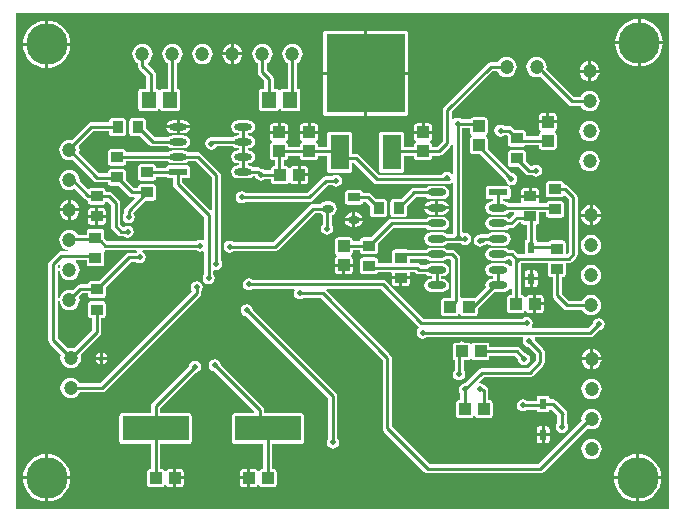
<source format=gbl>
G04 Layer_Physical_Order=2*
G04 Layer_Color=16711680*
%FSLAX24Y24*%
%MOIN*%
G70*
G01*
G75*
%ADD14R,0.0394X0.0394*%
%ADD18R,0.0394X0.0276*%
%ADD19O,0.0394X0.0276*%
%ADD20R,0.0354X0.0394*%
%ADD21R,0.0394X0.0354*%
%ADD25R,0.0394X0.0394*%
%ADD26O,0.0630X0.0236*%
%ADD27R,0.0630X0.0236*%
%ADD32C,0.0100*%
%ADD34C,0.0472*%
%ADD35C,0.1378*%
%ADD36C,0.0200*%
%ADD37R,0.0236X0.0354*%
%ADD38R,0.0630X0.1181*%
%ADD39R,0.2638X0.2638*%
%ADD40R,0.0472X0.0551*%
%ADD41R,0.2205X0.0827*%
%ADD42O,0.0591X0.0236*%
%ADD43R,0.0591X0.0236*%
G36*
X50512Y29724D02*
X28740D01*
Y46260D01*
X50512D01*
Y29724D01*
D02*
G37*
%LPC*%
G36*
X47900Y37839D02*
X47812Y37828D01*
X47730Y37794D01*
X47660Y37740D01*
X47606Y37670D01*
X47572Y37588D01*
X47561Y37500D01*
X47572Y37412D01*
X47606Y37330D01*
X47660Y37260D01*
X47730Y37206D01*
X47812Y37172D01*
X47900Y37161D01*
X47988Y37172D01*
X48070Y37206D01*
X48140Y37260D01*
X48194Y37330D01*
X48228Y37412D01*
X48239Y37500D01*
X48228Y37588D01*
X48194Y37670D01*
X48140Y37740D01*
X48070Y37794D01*
X47988Y37828D01*
X47900Y37839D01*
D02*
G37*
G36*
X41849Y37365D02*
X41600D01*
Y37136D01*
X41747D01*
X41786Y37144D01*
X41819Y37166D01*
X41841Y37199D01*
X41849Y37238D01*
Y37365D01*
D02*
G37*
G36*
X41500D02*
X41251D01*
Y37238D01*
X41259Y37199D01*
X41281Y37166D01*
X41314Y37144D01*
X41353Y37136D01*
X41500D01*
Y37365D01*
D02*
G37*
G36*
X45850Y37667D02*
X45782D01*
X45743Y37660D01*
X45710Y37637D01*
X45688Y37604D01*
X45680Y37565D01*
Y37438D01*
X45850D01*
Y37667D01*
D02*
G37*
G36*
X39949Y37785D02*
X39700D01*
Y37536D01*
X39847D01*
X39886Y37544D01*
X39919Y37566D01*
X39941Y37599D01*
X39949Y37638D01*
Y37785D01*
D02*
G37*
G36*
X39600D02*
X39351D01*
Y37638D01*
X39359Y37599D01*
X39381Y37566D01*
X39414Y37544D01*
X39453Y37536D01*
X39600D01*
Y37785D01*
D02*
G37*
G36*
X46018Y37667D02*
X45950D01*
Y37438D01*
X46120D01*
Y37565D01*
X46112Y37604D01*
X46090Y37637D01*
X46057Y37660D01*
X46018Y37667D01*
D02*
G37*
G36*
X31625Y34918D02*
Y34774D01*
X31769D01*
X31763Y34802D01*
X31719Y34869D01*
X31653Y34913D01*
X31625Y34918D01*
D02*
G37*
G36*
X31525D02*
X31497Y34913D01*
X31431Y34869D01*
X31386Y34802D01*
X31381Y34774D01*
X31525D01*
Y34918D01*
D02*
G37*
G36*
X47963Y35049D02*
Y34767D01*
X48246D01*
X48241Y34804D01*
X48207Y34886D01*
X48153Y34956D01*
X48083Y35010D01*
X48001Y35044D01*
X47963Y35049D01*
D02*
G37*
G36*
X46314Y36500D02*
X46065D01*
Y36251D01*
X46212D01*
X46251Y36259D01*
X46284Y36281D01*
X46306Y36314D01*
X46314Y36353D01*
Y36500D01*
D02*
G37*
G36*
X46120Y37338D02*
X45950D01*
Y37109D01*
X46018D01*
X46057Y37117D01*
X46090Y37139D01*
X46112Y37172D01*
X46120Y37211D01*
Y37338D01*
D02*
G37*
G36*
X45850D02*
X45680D01*
Y37211D01*
X45688Y37172D01*
X45710Y37139D01*
X45743Y37117D01*
X45782Y37109D01*
X45850D01*
Y37338D01*
D02*
G37*
G36*
X46212Y36849D02*
X46065D01*
Y36600D01*
X46314D01*
Y36747D01*
X46306Y36786D01*
X46284Y36819D01*
X46251Y36841D01*
X46212Y36849D01*
D02*
G37*
G36*
X47900Y38839D02*
X47812Y38828D01*
X47730Y38794D01*
X47660Y38740D01*
X47606Y38670D01*
X47572Y38588D01*
X47561Y38500D01*
X47572Y38412D01*
X47606Y38330D01*
X47660Y38260D01*
X47730Y38206D01*
X47812Y38172D01*
X47900Y38161D01*
X47988Y38172D01*
X48070Y38206D01*
X48140Y38260D01*
X48194Y38330D01*
X48228Y38412D01*
X48239Y38500D01*
X48228Y38588D01*
X48194Y38670D01*
X48140Y38740D01*
X48070Y38794D01*
X47988Y38828D01*
X47900Y38839D01*
D02*
G37*
G36*
X31716Y39419D02*
X31467D01*
Y39189D01*
X31614D01*
X31653Y39197D01*
X31686Y39219D01*
X31708Y39252D01*
X31716Y39291D01*
Y39419D01*
D02*
G37*
G36*
X31367D02*
X31119D01*
Y39291D01*
X31126Y39252D01*
X31148Y39219D01*
X31181Y39197D01*
X31220Y39189D01*
X31367D01*
Y39419D01*
D02*
G37*
G36*
X48233Y39450D02*
X47950D01*
Y39167D01*
X47988Y39172D01*
X48070Y39206D01*
X48140Y39260D01*
X48194Y39330D01*
X48228Y39412D01*
X48233Y39450D01*
D02*
G37*
G36*
X30462Y39635D02*
X30179D01*
X30184Y39597D01*
X30218Y39515D01*
X30272Y39445D01*
X30342Y39391D01*
X30424Y39357D01*
X30462Y39353D01*
Y39635D01*
D02*
G37*
G36*
X40048Y39594D02*
X40039D01*
Y39402D01*
X40281D01*
X40272Y39445D01*
X40220Y39523D01*
X40141Y39576D01*
X40048Y39594D01*
D02*
G37*
G36*
X39939D02*
X39930D01*
X39838Y39576D01*
X39759Y39523D01*
X39706Y39445D01*
X39698Y39402D01*
X39939D01*
Y39594D01*
D02*
G37*
G36*
X30844Y39635D02*
X30562D01*
Y39353D01*
X30600Y39357D01*
X30681Y39391D01*
X30752Y39445D01*
X30805Y39515D01*
X30839Y39597D01*
X30844Y39635D01*
D02*
G37*
G36*
X39182Y39968D02*
X39064D01*
X38971Y39950D01*
X38893Y39897D01*
X38880Y39879D01*
X38626D01*
X38567Y39867D01*
X38518Y39834D01*
X37287Y38603D01*
X35981D01*
X35928Y38638D01*
X35850Y38654D01*
X35772Y38638D01*
X35706Y38594D01*
X35662Y38528D01*
X35646Y38450D01*
X35662Y38372D01*
X35706Y38306D01*
X35772Y38262D01*
X35850Y38246D01*
X35928Y38262D01*
X35981Y38297D01*
X37350D01*
X37409Y38309D01*
X37458Y38342D01*
X38689Y39573D01*
X38880D01*
X38893Y39555D01*
X38947Y39518D01*
Y39181D01*
X38912Y39128D01*
X38896Y39050D01*
X38912Y38972D01*
X38956Y38906D01*
X39022Y38862D01*
X39100Y38846D01*
X39178Y38862D01*
X39244Y38906D01*
X39288Y38972D01*
X39304Y39050D01*
X39288Y39128D01*
X39253Y39181D01*
Y39498D01*
X39275Y39502D01*
X39354Y39555D01*
X39406Y39633D01*
X39425Y39726D01*
X39406Y39819D01*
X39354Y39897D01*
X39275Y39950D01*
X39182Y39968D01*
D02*
G37*
G36*
X30512Y41024D02*
X30424Y41013D01*
X30342Y40979D01*
X30272Y40925D01*
X30218Y40855D01*
X30184Y40773D01*
X30173Y40685D01*
X30184Y40597D01*
X30218Y40515D01*
X30272Y40445D01*
X30342Y40391D01*
X30424Y40357D01*
X30512Y40346D01*
X30600Y40357D01*
X30675Y40389D01*
X31034Y40030D01*
X31083Y39997D01*
X31119Y39989D01*
Y39961D01*
X31126Y39922D01*
X31148Y39889D01*
X31181Y39866D01*
X31220Y39859D01*
X31614D01*
X31653Y39866D01*
X31686Y39889D01*
X31708Y39922D01*
X31716Y39961D01*
Y39985D01*
X31767D01*
X31897Y39855D01*
Y39131D01*
X31909Y39073D01*
X31942Y39023D01*
X32123Y38842D01*
X32173Y38809D01*
X32231Y38797D01*
X32319D01*
X32372Y38762D01*
X32450Y38746D01*
X32528Y38762D01*
X32594Y38806D01*
X32638Y38872D01*
X32654Y38950D01*
X32638Y39028D01*
X32594Y39094D01*
X32528Y39138D01*
X32450Y39154D01*
X32372Y39138D01*
X32319Y39103D01*
X32294D01*
X32203Y39194D01*
Y39918D01*
X32191Y39977D01*
X32158Y40027D01*
X31939Y40246D01*
X31889Y40279D01*
X31831Y40291D01*
X31716D01*
Y40315D01*
X31708Y40354D01*
X31686Y40387D01*
X31653Y40409D01*
X31614Y40417D01*
X31220D01*
X31181Y40409D01*
X31148Y40387D01*
X31112Y40384D01*
X30846Y40650D01*
X30851Y40685D01*
X30839Y40773D01*
X30805Y40855D01*
X30752Y40925D01*
X30681Y40979D01*
X30600Y41013D01*
X30512Y41024D01*
D02*
G37*
G36*
X44994Y38938D02*
X44600D01*
X44515Y38921D01*
X44443Y38873D01*
X44440Y38869D01*
X44216D01*
X44157Y38857D01*
X44132Y38840D01*
X44122Y38838D01*
X44056Y38794D01*
X44012Y38728D01*
X43996Y38650D01*
X44012Y38572D01*
X44056Y38506D01*
X44122Y38462D01*
X44200Y38446D01*
X44278Y38462D01*
X44344Y38506D01*
X44351Y38516D01*
X44390Y38542D01*
X44396Y38551D01*
X44443Y38558D01*
X44515Y38510D01*
X44600Y38493D01*
X44994D01*
X45079Y38510D01*
X45151Y38558D01*
X45200Y38631D01*
X45216Y38716D01*
X45200Y38801D01*
X45151Y38873D01*
X45079Y38921D01*
X44994Y38938D01*
D02*
G37*
G36*
X42947Y39454D02*
X42553D01*
X42468Y39437D01*
X42396Y39389D01*
X42393Y39384D01*
X41247D01*
X41188Y39373D01*
X41139Y39340D01*
X40563Y38764D01*
X40303D01*
X40264Y38756D01*
X40231Y38734D01*
X40209Y38701D01*
X40201Y38662D01*
Y38638D01*
X39949D01*
Y38662D01*
X39941Y38701D01*
X39919Y38734D01*
X39886Y38756D01*
X39847Y38764D01*
X39453D01*
X39414Y38756D01*
X39381Y38734D01*
X39359Y38701D01*
X39351Y38662D01*
Y38268D01*
X39359Y38229D01*
X39381Y38196D01*
X39410Y38176D01*
X39413Y38150D01*
X39410Y38124D01*
X39381Y38104D01*
X39359Y38071D01*
X39351Y38032D01*
Y37885D01*
X39949D01*
Y38032D01*
X39941Y38071D01*
X39919Y38104D01*
X39890Y38124D01*
X39887Y38150D01*
X39890Y38176D01*
X39919Y38196D01*
X39941Y38229D01*
X39949Y38268D01*
Y38332D01*
X40201D01*
Y38307D01*
X40209Y38268D01*
X40231Y38235D01*
X40264Y38213D01*
X40303Y38206D01*
X40697D01*
X40736Y38213D01*
X40769Y38235D01*
X40791Y38268D01*
X40799Y38307D01*
Y38567D01*
X41310Y39079D01*
X42393D01*
X42396Y39074D01*
X42468Y39026D01*
X42553Y39009D01*
X42947D01*
X43032Y39026D01*
X43104Y39074D01*
X43152Y39146D01*
X43169Y39232D01*
X43152Y39317D01*
X43104Y39389D01*
X43032Y39437D01*
X42947Y39454D01*
D02*
G37*
G36*
X47850Y39450D02*
X47567D01*
X47572Y39412D01*
X47606Y39330D01*
X47660Y39260D01*
X47730Y39206D01*
X47812Y39172D01*
X47850Y39167D01*
Y39450D01*
D02*
G37*
G36*
X40281Y39302D02*
X40039D01*
Y39110D01*
X40048D01*
X40141Y39128D01*
X40220Y39181D01*
X40272Y39259D01*
X40281Y39302D01*
D02*
G37*
G36*
X39939D02*
X39698D01*
X39706Y39259D01*
X39759Y39181D01*
X39838Y39128D01*
X39930Y39110D01*
X39939D01*
Y39302D01*
D02*
G37*
G36*
X47863Y35049D02*
X47826Y35044D01*
X47744Y35010D01*
X47674Y34956D01*
X47620Y34886D01*
X47586Y34804D01*
X47581Y34767D01*
X47863D01*
Y35049D01*
D02*
G37*
G36*
X29800Y31538D02*
Y30800D01*
X30538D01*
X30528Y30905D01*
X30482Y31053D01*
X30409Y31190D01*
X30311Y31311D01*
X30190Y31409D01*
X30053Y31482D01*
X29905Y31528D01*
X29800Y31538D01*
D02*
G37*
G36*
X29700D02*
X29595Y31528D01*
X29447Y31482D01*
X29310Y31409D01*
X29189Y31311D01*
X29091Y31190D01*
X29018Y31053D01*
X28972Y30905D01*
X28962Y30800D01*
X29700D01*
Y31538D01*
D02*
G37*
G36*
X36435Y31049D02*
X36288D01*
X36249Y31041D01*
X36216Y31019D01*
X36194Y30986D01*
X36186Y30947D01*
Y30800D01*
X36435D01*
Y31049D01*
D02*
G37*
G36*
X49400Y31538D02*
X49295Y31528D01*
X49147Y31482D01*
X49010Y31409D01*
X48889Y31311D01*
X48791Y31190D01*
X48718Y31053D01*
X48672Y30905D01*
X48662Y30800D01*
X49400D01*
Y31538D01*
D02*
G37*
G36*
X35350Y34704D02*
X35272Y34688D01*
X35206Y34644D01*
X35162Y34578D01*
X35146Y34500D01*
X35162Y34422D01*
X35206Y34356D01*
X35272Y34312D01*
X35335Y34299D01*
X36668Y32965D01*
X36648Y32915D01*
X36018D01*
X35979Y32908D01*
X35946Y32885D01*
X35924Y32852D01*
X35916Y32813D01*
Y31987D01*
X35924Y31948D01*
X35946Y31915D01*
X35979Y31892D01*
X36018Y31885D01*
X36967D01*
Y31049D01*
X36918D01*
X36879Y31041D01*
X36846Y31019D01*
X36826Y30990D01*
X36800Y30987D01*
X36774Y30990D01*
X36754Y31019D01*
X36721Y31041D01*
X36682Y31049D01*
X36535D01*
Y30750D01*
Y30451D01*
X36682D01*
X36721Y30459D01*
X36754Y30481D01*
X36774Y30510D01*
X36800Y30513D01*
X36826Y30510D01*
X36846Y30481D01*
X36879Y30459D01*
X36918Y30451D01*
X37312D01*
X37351Y30459D01*
X37384Y30481D01*
X37406Y30514D01*
X37414Y30553D01*
Y30947D01*
X37406Y30986D01*
X37384Y31019D01*
X37351Y31041D01*
X37312Y31049D01*
X37273D01*
Y31885D01*
X38222D01*
X38261Y31892D01*
X38295Y31915D01*
X38317Y31948D01*
X38324Y31987D01*
Y32813D01*
X38317Y32852D01*
X38295Y32885D01*
X38261Y32908D01*
X38222Y32915D01*
X37003D01*
Y33000D01*
X36991Y33059D01*
X36958Y33108D01*
X35551Y34515D01*
X35538Y34578D01*
X35494Y34644D01*
X35428Y34688D01*
X35350Y34704D01*
D02*
G37*
G36*
X34212Y31049D02*
X34065D01*
Y30800D01*
X34314D01*
Y30947D01*
X34306Y30986D01*
X34284Y31019D01*
X34251Y31041D01*
X34212Y31049D01*
D02*
G37*
G36*
X49500Y31538D02*
Y30800D01*
X50238D01*
X50228Y30905D01*
X50182Y31053D01*
X50109Y31190D01*
X50011Y31311D01*
X49890Y31409D01*
X49753Y31482D01*
X49605Y31528D01*
X49500Y31538D01*
D02*
G37*
G36*
X49400Y30700D02*
X48662D01*
X48672Y30595D01*
X48718Y30447D01*
X48791Y30310D01*
X48889Y30189D01*
X49010Y30091D01*
X49147Y30018D01*
X49295Y29972D01*
X49400Y29962D01*
Y30700D01*
D02*
G37*
G36*
X30538D02*
X29800D01*
Y29962D01*
X29905Y29972D01*
X30053Y30018D01*
X30190Y30091D01*
X30311Y30189D01*
X30409Y30310D01*
X30482Y30447D01*
X30528Y30595D01*
X30538Y30700D01*
D02*
G37*
G36*
X29700D02*
X28962D01*
X28972Y30595D01*
X29018Y30447D01*
X29091Y30310D01*
X29189Y30189D01*
X29310Y30091D01*
X29447Y30018D01*
X29595Y29972D01*
X29700Y29962D01*
Y30700D01*
D02*
G37*
G36*
X50238D02*
X49500D01*
Y29962D01*
X49605Y29972D01*
X49753Y30018D01*
X49890Y30091D01*
X50011Y30189D01*
X50109Y30310D01*
X50182Y30447D01*
X50228Y30595D01*
X50238Y30700D01*
D02*
G37*
G36*
X36435D02*
X36186D01*
Y30553D01*
X36194Y30514D01*
X36216Y30481D01*
X36249Y30459D01*
X36288Y30451D01*
X36435D01*
Y30700D01*
D02*
G37*
G36*
X34314D02*
X34065D01*
Y30451D01*
X34212D01*
X34251Y30459D01*
X34284Y30481D01*
X34306Y30514D01*
X34314Y30553D01*
Y30700D01*
D02*
G37*
G36*
X34700Y34654D02*
X34622Y34638D01*
X34556Y34594D01*
X34512Y34528D01*
X34499Y34465D01*
X33272Y33238D01*
X33239Y33188D01*
X33227Y33130D01*
Y32915D01*
X32278D01*
X32239Y32908D01*
X32205Y32885D01*
X32183Y32852D01*
X32176Y32813D01*
Y31987D01*
X32183Y31948D01*
X32205Y31915D01*
X32239Y31892D01*
X32278Y31885D01*
X33232D01*
Y31049D01*
X33188D01*
X33149Y31041D01*
X33116Y31019D01*
X33094Y30986D01*
X33086Y30947D01*
Y30553D01*
X33094Y30514D01*
X33116Y30481D01*
X33149Y30459D01*
X33188Y30451D01*
X33582D01*
X33621Y30459D01*
X33654Y30481D01*
X33674Y30510D01*
X33700Y30513D01*
X33726Y30510D01*
X33746Y30481D01*
X33779Y30459D01*
X33818Y30451D01*
X33965D01*
Y30750D01*
Y31049D01*
X33818D01*
X33779Y31041D01*
X33746Y31019D01*
X33726Y30990D01*
X33700Y30987D01*
X33674Y30990D01*
X33654Y31019D01*
X33621Y31041D01*
X33582Y31049D01*
X33538D01*
Y31885D01*
X34482D01*
X34521Y31892D01*
X34554Y31915D01*
X34576Y31948D01*
X34584Y31987D01*
Y32813D01*
X34576Y32852D01*
X34554Y32885D01*
X34521Y32908D01*
X34482Y32915D01*
X33533D01*
Y33067D01*
X34715Y34249D01*
X34778Y34262D01*
X34844Y34306D01*
X34888Y34372D01*
X34904Y34450D01*
X34888Y34528D01*
X34844Y34594D01*
X34778Y34638D01*
X34700Y34654D01*
D02*
G37*
G36*
X47913Y32056D02*
X47826Y32044D01*
X47744Y32010D01*
X47674Y31956D01*
X47620Y31886D01*
X47586Y31804D01*
X47574Y31717D01*
X47586Y31629D01*
X47620Y31547D01*
X47674Y31477D01*
X47744Y31423D01*
X47826Y31389D01*
X47913Y31377D01*
X48001Y31389D01*
X48083Y31423D01*
X48153Y31477D01*
X48207Y31547D01*
X48241Y31629D01*
X48253Y31717D01*
X48241Y31804D01*
X48207Y31886D01*
X48153Y31956D01*
X48083Y32010D01*
X48001Y32044D01*
X47913Y32056D01*
D02*
G37*
G36*
X48246Y34667D02*
X47963D01*
Y34384D01*
X48001Y34389D01*
X48083Y34423D01*
X48153Y34477D01*
X48207Y34547D01*
X48241Y34629D01*
X48246Y34667D01*
D02*
G37*
G36*
X34750Y37304D02*
X34672Y37288D01*
X34606Y37244D01*
X34562Y37178D01*
X34546Y37100D01*
X34562Y37022D01*
X34597Y36969D01*
Y36963D01*
X31537Y33903D01*
X30848D01*
X30845Y33910D01*
X30791Y33980D01*
X30721Y34034D01*
X30639Y34068D01*
X30551Y34079D01*
X30463Y34068D01*
X30382Y34034D01*
X30311Y33980D01*
X30257Y33910D01*
X30224Y33828D01*
X30212Y33740D01*
X30224Y33652D01*
X30257Y33571D01*
X30311Y33500D01*
X30382Y33446D01*
X30463Y33413D01*
X30551Y33401D01*
X30639Y33413D01*
X30721Y33446D01*
X30791Y33500D01*
X30845Y33571D01*
X30856Y33597D01*
X31600D01*
X31659Y33609D01*
X31708Y33642D01*
X34858Y36792D01*
X34891Y36841D01*
X34903Y36900D01*
Y36969D01*
X34938Y37022D01*
X34954Y37100D01*
X34938Y37178D01*
X34894Y37244D01*
X34828Y37288D01*
X34750Y37304D01*
D02*
G37*
G36*
X47913Y34056D02*
X47826Y34044D01*
X47744Y34010D01*
X47674Y33956D01*
X47620Y33886D01*
X47586Y33804D01*
X47574Y33717D01*
X47586Y33629D01*
X47620Y33547D01*
X47674Y33477D01*
X47744Y33423D01*
X47826Y33389D01*
X47913Y33377D01*
X48001Y33389D01*
X48083Y33423D01*
X48153Y33477D01*
X48207Y33547D01*
X48241Y33629D01*
X48253Y33717D01*
X48241Y33804D01*
X48207Y33886D01*
X48153Y33956D01*
X48083Y34010D01*
X48001Y34044D01*
X47913Y34056D01*
D02*
G37*
G36*
X47863Y34667D02*
X47581D01*
X47586Y34629D01*
X47620Y34547D01*
X47674Y34477D01*
X47744Y34423D01*
X47826Y34389D01*
X47863Y34384D01*
Y34667D01*
D02*
G37*
G36*
X31769Y34674D02*
X31625D01*
Y34530D01*
X31653Y34536D01*
X31719Y34580D01*
X31763Y34646D01*
X31769Y34674D01*
D02*
G37*
G36*
X31525D02*
X31381D01*
X31386Y34646D01*
X31431Y34580D01*
X31497Y34536D01*
X31525Y34530D01*
Y34674D01*
D02*
G37*
G36*
X43585Y35303D02*
X43527Y35291D01*
X43479Y35259D01*
X43386D01*
X43347Y35252D01*
X43314Y35230D01*
X43292Y35196D01*
X43284Y35157D01*
Y34764D01*
X43292Y34725D01*
X43314Y34692D01*
X43347Y34670D01*
X43347Y34670D01*
Y34331D01*
X43312Y34278D01*
X43296Y34200D01*
X43312Y34122D01*
X43356Y34056D01*
X43422Y34012D01*
X43500Y33996D01*
X43578Y34012D01*
X43644Y34056D01*
X43688Y34122D01*
X43704Y34200D01*
X43688Y34278D01*
X43653Y34331D01*
Y34662D01*
X43780D01*
X43819Y34670D01*
X43852Y34692D01*
X43871Y34721D01*
X43898Y34724D01*
X43924Y34721D01*
X43944Y34692D01*
X43977Y34670D01*
X44016Y34662D01*
X44409D01*
X44448Y34670D01*
X44482Y34692D01*
X44504Y34725D01*
X44511Y34764D01*
Y34808D01*
X45358D01*
X45465Y34700D01*
X45477Y34638D01*
X45522Y34572D01*
X45588Y34527D01*
X45666Y34512D01*
X45744Y34527D01*
X45810Y34572D01*
X45854Y34638D01*
X45870Y34716D01*
X45854Y34794D01*
X45810Y34860D01*
X45744Y34904D01*
X45681Y34917D01*
X45529Y35069D01*
X45479Y35102D01*
X45421Y35114D01*
X44511D01*
Y35157D01*
X44504Y35196D01*
X44482Y35230D01*
X44448Y35252D01*
X44409Y35259D01*
X44016D01*
X43977Y35252D01*
X43944Y35230D01*
X43924Y35200D01*
X43898Y35197D01*
X43871Y35200D01*
X43852Y35230D01*
X43819Y35252D01*
X43780Y35259D01*
X43691D01*
X43644Y35291D01*
X43585Y35303D01*
D02*
G37*
G36*
X46520Y32138D02*
X46350D01*
Y31909D01*
X46418D01*
X46457Y31917D01*
X46490Y31939D01*
X46512Y31972D01*
X46520Y32011D01*
Y32138D01*
D02*
G37*
G36*
X46250D02*
X46080D01*
Y32011D01*
X46088Y31972D01*
X46110Y31939D01*
X46143Y31917D01*
X46182Y31909D01*
X46250D01*
Y32138D01*
D02*
G37*
G36*
X36417Y36542D02*
X36339Y36527D01*
X36273Y36483D01*
X36229Y36417D01*
X36213Y36339D01*
X36229Y36261D01*
X36273Y36194D01*
X36339Y36150D01*
X36402Y36138D01*
X39138Y33401D01*
Y32060D01*
X39103Y32007D01*
X39087Y31929D01*
X39103Y31851D01*
X39147Y31785D01*
X39213Y31741D01*
X39291Y31725D01*
X39369Y31741D01*
X39436Y31785D01*
X39480Y31851D01*
X39495Y31929D01*
X39480Y32007D01*
X39444Y32060D01*
Y33465D01*
X39433Y33523D01*
X39399Y33573D01*
X36618Y36354D01*
X36606Y36417D01*
X36562Y36483D01*
X36495Y36527D01*
X36417Y36542D01*
D02*
G37*
G36*
X46250Y32467D02*
X46182D01*
X46143Y32460D01*
X46110Y32437D01*
X46088Y32404D01*
X46080Y32365D01*
Y32238D01*
X46250D01*
Y32467D01*
D02*
G37*
G36*
X46418Y33491D02*
X46182D01*
X46143Y33483D01*
X46110Y33461D01*
X46088Y33428D01*
X46080Y33389D01*
Y33321D01*
X45763D01*
X45710Y33357D01*
X45631Y33372D01*
X45553Y33357D01*
X45487Y33313D01*
X45443Y33247D01*
X45428Y33168D01*
X45443Y33090D01*
X45487Y33024D01*
X45553Y32980D01*
X45631Y32965D01*
X45710Y32980D01*
X45763Y33016D01*
X46084D01*
X46088Y32996D01*
X46110Y32963D01*
X46143Y32940D01*
X46182Y32933D01*
X46418D01*
X46457Y32940D01*
X46490Y32963D01*
X46512Y32996D01*
X46520Y33035D01*
Y33052D01*
X46570Y33056D01*
X46776Y32850D01*
Y32572D01*
X46741Y32519D01*
X46725Y32441D01*
X46741Y32363D01*
X46785Y32297D01*
X46851Y32253D01*
X46929Y32237D01*
X47007Y32253D01*
X47073Y32297D01*
X47118Y32363D01*
X47133Y32441D01*
X47118Y32519D01*
X47082Y32572D01*
Y32820D01*
X47091Y32834D01*
X47103Y32893D01*
X47091Y32951D01*
X47058Y33001D01*
X46739Y33320D01*
X46689Y33353D01*
X46631Y33365D01*
X46520D01*
Y33389D01*
X46512Y33428D01*
X46490Y33461D01*
X46457Y33483D01*
X46418Y33491D01*
D02*
G37*
G36*
X36500Y37404D02*
X36422Y37388D01*
X36356Y37344D01*
X36312Y37278D01*
X36296Y37200D01*
X36312Y37122D01*
X36356Y37056D01*
X36422Y37012D01*
X36500Y36996D01*
X36578Y37012D01*
X36631Y37047D01*
X37998D01*
X38024Y36997D01*
X38012Y36978D01*
X37996Y36900D01*
X38012Y36822D01*
X38056Y36756D01*
X38122Y36712D01*
X38200Y36696D01*
X38278Y36712D01*
X38331Y36747D01*
X38887D01*
X40947Y34687D01*
Y32400D01*
X40959Y32341D01*
X40992Y32292D01*
X42342Y30942D01*
X42391Y30909D01*
X42450Y30897D01*
X46207D01*
X46266Y30909D01*
X46316Y30942D01*
X47781Y32407D01*
X47826Y32389D01*
X47913Y32377D01*
X48001Y32389D01*
X48083Y32423D01*
X48153Y32477D01*
X48207Y32547D01*
X48241Y32629D01*
X48253Y32717D01*
X48241Y32804D01*
X48207Y32886D01*
X48153Y32956D01*
X48083Y33010D01*
X48001Y33044D01*
X47913Y33056D01*
X47826Y33044D01*
X47744Y33010D01*
X47674Y32956D01*
X47620Y32886D01*
X47586Y32804D01*
X47574Y32717D01*
X47584Y32643D01*
X46144Y31203D01*
X42513D01*
X41253Y32463D01*
Y34750D01*
X41241Y34809D01*
X41208Y34858D01*
X39069Y36997D01*
X39083Y37041D01*
X39088Y37047D01*
X40887D01*
X42136Y35797D01*
X42147Y35790D01*
Y35740D01*
X42139Y35735D01*
X42095Y35669D01*
X42080Y35591D01*
X42095Y35513D01*
X42139Y35446D01*
X42205Y35402D01*
X42283Y35387D01*
X42361Y35402D01*
X42415Y35438D01*
X45615D01*
X45634Y35403D01*
X45637Y35388D01*
X45623Y35315D01*
X45638Y35237D01*
X45683Y35171D01*
X45749Y35127D01*
X45811Y35114D01*
X46047Y34878D01*
Y34663D01*
X45787Y34403D01*
X44250D01*
X44191Y34391D01*
X44142Y34358D01*
X43685Y33901D01*
X43622Y33888D01*
X43556Y33844D01*
X43512Y33778D01*
X43496Y33700D01*
X43512Y33622D01*
X43532Y33591D01*
Y33349D01*
X43488D01*
X43449Y33341D01*
X43416Y33319D01*
X43394Y33286D01*
X43386Y33247D01*
Y32853D01*
X43394Y32814D01*
X43416Y32781D01*
X43449Y32759D01*
X43488Y32751D01*
X43882D01*
X43921Y32759D01*
X43954Y32781D01*
X43974Y32810D01*
X44000Y32813D01*
X44026Y32810D01*
X44046Y32781D01*
X44079Y32759D01*
X44118Y32751D01*
X44512D01*
X44551Y32759D01*
X44584Y32781D01*
X44606Y32814D01*
X44614Y32853D01*
Y33247D01*
X44606Y33286D01*
X44584Y33319D01*
X44551Y33341D01*
X44512Y33349D01*
X44468D01*
Y33685D01*
X44464Y33705D01*
X44463Y33725D01*
X44458Y33734D01*
X44456Y33744D01*
X44445Y33760D01*
X44436Y33778D01*
X44429Y33785D01*
X44423Y33793D01*
X44406Y33804D01*
X44391Y33818D01*
X44382Y33821D01*
X44373Y33826D01*
X44354Y33830D01*
X44353Y33830D01*
X44344Y33844D01*
X44278Y33888D01*
X44200Y33904D01*
X44189Y33902D01*
X44164Y33948D01*
X44313Y34097D01*
X45850D01*
X45909Y34109D01*
X45958Y34142D01*
X46308Y34492D01*
X46341Y34541D01*
X46353Y34600D01*
Y34942D01*
X46341Y35000D01*
X46308Y35050D01*
X46028Y35330D01*
X46016Y35388D01*
X46020Y35403D01*
X46038Y35438D01*
X47874D01*
X47933Y35449D01*
X47982Y35482D01*
X48165Y35665D01*
X48228Y35678D01*
X48294Y35722D01*
X48338Y35788D01*
X48354Y35866D01*
X48338Y35944D01*
X48294Y36010D01*
X48228Y36055D01*
X48150Y36070D01*
X48072Y36055D01*
X48005Y36010D01*
X47961Y35944D01*
X47949Y35882D01*
X47811Y35743D01*
X45940D01*
X45914Y35793D01*
X45936Y35827D01*
X45952Y35906D01*
X45936Y35984D01*
X45892Y36050D01*
X45826Y36094D01*
X45748Y36109D01*
X45670Y36094D01*
X45617Y36058D01*
X42308D01*
X41058Y37308D01*
X41009Y37341D01*
X40950Y37353D01*
X36631D01*
X36578Y37388D01*
X36500Y37404D01*
D02*
G37*
G36*
X46418Y32467D02*
X46350D01*
Y32238D01*
X46520D01*
Y32365D01*
X46512Y32404D01*
X46490Y32437D01*
X46457Y32460D01*
X46418Y32467D01*
D02*
G37*
G36*
X40186Y40340D02*
X39793D01*
X39753Y40332D01*
X39720Y40310D01*
X39698Y40277D01*
X39691Y40238D01*
Y39962D01*
X39698Y39923D01*
X39720Y39890D01*
X39753Y39868D01*
X39793Y39860D01*
X40186D01*
X40225Y39868D01*
X40258Y39890D01*
X40280Y39923D01*
X40285Y39947D01*
X40402D01*
X40536Y39813D01*
Y39553D01*
X40544Y39514D01*
X40566Y39481D01*
X40599Y39459D01*
X40638Y39451D01*
X40993D01*
X41032Y39459D01*
X41065Y39481D01*
X41087Y39514D01*
X41094Y39553D01*
Y39947D01*
X41087Y39986D01*
X41065Y40019D01*
X41032Y40041D01*
X40993Y40049D01*
X40733D01*
X40574Y40208D01*
X40524Y40241D01*
X40465Y40253D01*
X40285D01*
X40280Y40277D01*
X40258Y40310D01*
X40225Y40332D01*
X40186Y40340D01*
D02*
G37*
G36*
X47800Y44250D02*
X47517D01*
X47522Y44212D01*
X47556Y44130D01*
X47610Y44060D01*
X47680Y44006D01*
X47762Y43972D01*
X47800Y43967D01*
Y44250D01*
D02*
G37*
G36*
X37945Y45221D02*
X37857Y45209D01*
X37775Y45176D01*
X37705Y45122D01*
X37651Y45051D01*
X37617Y44970D01*
X37606Y44882D01*
X37617Y44794D01*
X37651Y44712D01*
X37705Y44642D01*
X37775Y44588D01*
X37792Y44581D01*
Y43724D01*
X37638D01*
X37599Y43716D01*
X37566Y43694D01*
X37546Y43665D01*
X37520Y43662D01*
X37493Y43665D01*
X37474Y43694D01*
X37441Y43716D01*
X37402Y43724D01*
X37318D01*
Y44055D01*
X37307Y44114D01*
X37273Y44163D01*
X37098Y44339D01*
Y44581D01*
X37114Y44588D01*
X37185Y44642D01*
X37239Y44712D01*
X37272Y44794D01*
X37284Y44882D01*
X37272Y44970D01*
X37239Y45051D01*
X37185Y45122D01*
X37114Y45176D01*
X37033Y45209D01*
X36945Y45221D01*
X36857Y45209D01*
X36775Y45176D01*
X36705Y45122D01*
X36651Y45051D01*
X36617Y44970D01*
X36606Y44882D01*
X36617Y44794D01*
X36651Y44712D01*
X36705Y44642D01*
X36775Y44588D01*
X36792Y44581D01*
Y44276D01*
X36804Y44217D01*
X36837Y44167D01*
X37012Y43992D01*
Y43724D01*
X36929D01*
X36890Y43716D01*
X36857Y43694D01*
X36835Y43661D01*
X36827Y43622D01*
Y43071D01*
X36835Y43032D01*
X36857Y42999D01*
X36890Y42977D01*
X36929Y42969D01*
X37402D01*
X37441Y42977D01*
X37474Y42999D01*
X37493Y43028D01*
X37520Y43031D01*
X37546Y43028D01*
X37566Y42999D01*
X37599Y42977D01*
X37638Y42969D01*
X38110D01*
X38149Y42977D01*
X38182Y42999D01*
X38204Y43032D01*
X38212Y43071D01*
Y43622D01*
X38204Y43661D01*
X38182Y43694D01*
X38149Y43716D01*
X38110Y43724D01*
X38098D01*
Y44581D01*
X38114Y44588D01*
X38185Y44642D01*
X38239Y44712D01*
X38272Y44794D01*
X38284Y44882D01*
X38272Y44970D01*
X38239Y45051D01*
X38185Y45122D01*
X38114Y45176D01*
X38033Y45209D01*
X37945Y45221D01*
D02*
G37*
G36*
X33945D02*
X33857Y45209D01*
X33775Y45176D01*
X33705Y45122D01*
X33651Y45051D01*
X33617Y44970D01*
X33606Y44882D01*
X33617Y44794D01*
X33651Y44712D01*
X33705Y44642D01*
X33775Y44588D01*
X33792Y44581D01*
Y43724D01*
X33622D01*
X33583Y43716D01*
X33550Y43694D01*
X33530Y43665D01*
X33504Y43662D01*
X33478Y43665D01*
X33458Y43694D01*
X33425Y43716D01*
X33386Y43724D01*
X33381D01*
Y44205D01*
X33370Y44263D01*
X33336Y44313D01*
X33114Y44535D01*
X33114Y44562D01*
X33120Y44592D01*
X33185Y44642D01*
X33239Y44712D01*
X33272Y44794D01*
X33284Y44882D01*
X33272Y44970D01*
X33239Y45051D01*
X33185Y45122D01*
X33114Y45176D01*
X33033Y45209D01*
X32945Y45221D01*
X32857Y45209D01*
X32775Y45176D01*
X32705Y45122D01*
X32651Y45051D01*
X32617Y44970D01*
X32606Y44882D01*
X32617Y44794D01*
X32651Y44712D01*
X32705Y44642D01*
X32775Y44588D01*
X32792Y44581D01*
Y44488D01*
X32804Y44430D01*
X32837Y44380D01*
X33075Y44141D01*
Y43724D01*
X32913D01*
X32874Y43716D01*
X32841Y43694D01*
X32819Y43661D01*
X32811Y43622D01*
Y43071D01*
X32819Y43032D01*
X32841Y42999D01*
X32874Y42977D01*
X32913Y42969D01*
X33386D01*
X33425Y42977D01*
X33458Y42999D01*
X33478Y43028D01*
X33504Y43031D01*
X33530Y43028D01*
X33550Y42999D01*
X33583Y42977D01*
X33622Y42969D01*
X34094D01*
X34134Y42977D01*
X34167Y42999D01*
X34189Y43032D01*
X34196Y43071D01*
Y43622D01*
X34189Y43661D01*
X34167Y43694D01*
X34134Y43716D01*
X34098Y43723D01*
Y44581D01*
X34114Y44588D01*
X34185Y44642D01*
X34239Y44712D01*
X34272Y44794D01*
X34284Y44882D01*
X34272Y44970D01*
X34239Y45051D01*
X34185Y45122D01*
X34114Y45176D01*
X34033Y45209D01*
X33945Y45221D01*
D02*
G37*
G36*
X48183Y44250D02*
X47900D01*
Y43967D01*
X47938Y43972D01*
X48020Y44006D01*
X48090Y44060D01*
X48144Y44130D01*
X48178Y44212D01*
X48183Y44250D01*
D02*
G37*
G36*
X41703Y45659D02*
X40434D01*
Y44288D01*
X41805D01*
Y45557D01*
X41797Y45596D01*
X41775Y45629D01*
X41742Y45651D01*
X41703Y45659D01*
D02*
G37*
G36*
X40334D02*
X39065D01*
X39026Y45651D01*
X38993Y45629D01*
X38971Y45596D01*
X38963Y45557D01*
Y44288D01*
X40334D01*
Y45659D01*
D02*
G37*
G36*
X45079Y44788D02*
X44991Y44776D01*
X44909Y44743D01*
X44839Y44689D01*
X44785Y44618D01*
X44778Y44602D01*
X44549D01*
X44490Y44590D01*
X44441Y44557D01*
X42992Y43108D01*
X42959Y43059D01*
X42947Y43000D01*
Y41963D01*
X42772Y41788D01*
X42599D01*
Y41832D01*
X42591Y41871D01*
X42569Y41904D01*
X42540Y41924D01*
X42537Y41950D01*
X42540Y41976D01*
X42569Y41996D01*
X42591Y42029D01*
X42599Y42068D01*
Y42215D01*
X42001D01*
Y42068D01*
X42009Y42029D01*
X42031Y41996D01*
X42060Y41976D01*
X42063Y41950D01*
X42060Y41924D01*
X42031Y41904D01*
X42009Y41871D01*
X42001Y41832D01*
Y41788D01*
X41667D01*
Y42191D01*
X41659Y42230D01*
X41637Y42263D01*
X41604Y42285D01*
X41565Y42293D01*
X40935D01*
X40896Y42285D01*
X40863Y42263D01*
X40841Y42230D01*
X40833Y42191D01*
Y41009D01*
X40841Y40970D01*
X40863Y40937D01*
X40896Y40915D01*
X40935Y40907D01*
X41565D01*
X41604Y40915D01*
X41637Y40937D01*
X41659Y40970D01*
X41667Y41009D01*
Y41482D01*
X42001D01*
Y41438D01*
X42009Y41399D01*
X42031Y41366D01*
X42064Y41344D01*
X42103Y41336D01*
X42497D01*
X42536Y41344D01*
X42569Y41366D01*
X42591Y41399D01*
X42599Y41438D01*
Y41482D01*
X42835D01*
X42894Y41494D01*
X42943Y41527D01*
X43208Y41792D01*
X43241Y41841D01*
X43247Y41870D01*
X43297Y41866D01*
Y40905D01*
X43247Y40890D01*
X43244Y40894D01*
X43178Y40938D01*
X43100Y40954D01*
X43022Y40938D01*
X42956Y40894D01*
X42928Y40853D01*
X40813D01*
X40158Y41508D01*
X40109Y41541D01*
X40050Y41553D01*
X39935D01*
Y42191D01*
X39927Y42230D01*
X39905Y42263D01*
X39872Y42285D01*
X39833Y42293D01*
X39203D01*
X39164Y42285D01*
X39131Y42263D01*
X39109Y42230D01*
X39101Y42191D01*
Y41788D01*
X38799D01*
Y41832D01*
X38791Y41871D01*
X38769Y41904D01*
X38740Y41924D01*
X38737Y41950D01*
X38740Y41976D01*
X38769Y41996D01*
X38791Y42029D01*
X38799Y42068D01*
Y42215D01*
X38201D01*
Y42068D01*
X38209Y42029D01*
X38231Y41996D01*
X38260Y41976D01*
X38263Y41950D01*
X38260Y41924D01*
X38231Y41904D01*
X38209Y41871D01*
X38201Y41832D01*
Y41788D01*
X37799D01*
Y41832D01*
X37791Y41871D01*
X37769Y41904D01*
X37740Y41924D01*
X37737Y41950D01*
X37740Y41976D01*
X37769Y41996D01*
X37791Y42029D01*
X37799Y42068D01*
Y42215D01*
X37201D01*
Y42068D01*
X37209Y42029D01*
X37231Y41996D01*
X37260Y41976D01*
X37263Y41950D01*
X37260Y41924D01*
X37231Y41904D01*
X37209Y41871D01*
X37201Y41832D01*
Y41438D01*
X37209Y41399D01*
X37231Y41366D01*
X37264Y41344D01*
X37303Y41336D01*
X37347D01*
Y41149D01*
X37338D01*
X37299Y41141D01*
X37266Y41119D01*
X37244Y41086D01*
X37236Y41047D01*
Y41003D01*
X37031D01*
X36978Y41038D01*
X36915Y41051D01*
X36908Y41058D01*
X36859Y41091D01*
X36800Y41103D01*
X36637D01*
X36634Y41107D01*
X36562Y41155D01*
X36477Y41172D01*
X36453D01*
Y41228D01*
X36477D01*
X36562Y41245D01*
X36634Y41293D01*
X36683Y41365D01*
X36700Y41450D01*
X36683Y41535D01*
X36634Y41607D01*
X36562Y41655D01*
X36477Y41672D01*
X36453D01*
Y41728D01*
X36477D01*
X36562Y41745D01*
X36634Y41793D01*
X36683Y41865D01*
X36700Y41950D01*
X36683Y42035D01*
X36634Y42107D01*
X36562Y42155D01*
X36477Y42172D01*
X36453D01*
Y42228D01*
X36477D01*
X36562Y42245D01*
X36634Y42293D01*
X36683Y42365D01*
X36700Y42450D01*
X36683Y42535D01*
X36634Y42607D01*
X36562Y42655D01*
X36477Y42672D01*
X36123D01*
X36038Y42655D01*
X35966Y42607D01*
X35917Y42535D01*
X35900Y42450D01*
X35917Y42365D01*
X35966Y42293D01*
X36038Y42245D01*
X36123Y42228D01*
X36147D01*
Y42172D01*
X36123D01*
X36038Y42155D01*
X35966Y42107D01*
X35963Y42103D01*
X35296D01*
X35243Y42092D01*
X35236Y42094D01*
X35158Y42078D01*
X35092Y42034D01*
X35048Y41968D01*
X35032Y41890D01*
X35048Y41812D01*
X35092Y41746D01*
X35158Y41701D01*
X35236Y41686D01*
X35314Y41701D01*
X35380Y41746D01*
X35415Y41797D01*
X35963D01*
X35966Y41793D01*
X36038Y41745D01*
X36123Y41728D01*
X36147D01*
Y41672D01*
X36123D01*
X36038Y41655D01*
X35966Y41607D01*
X35917Y41535D01*
X35900Y41450D01*
X35917Y41365D01*
X35966Y41293D01*
X36038Y41245D01*
X36123Y41228D01*
X36147D01*
Y41172D01*
X36123D01*
X36038Y41155D01*
X35966Y41107D01*
X35917Y41035D01*
X35900Y40950D01*
X35917Y40865D01*
X35966Y40793D01*
X36038Y40745D01*
X36123Y40728D01*
X36477D01*
X36562Y40745D01*
X36634Y40793D01*
X36637Y40797D01*
X36707D01*
X36712Y40772D01*
X36756Y40706D01*
X36822Y40662D01*
X36900Y40646D01*
X36978Y40662D01*
X37031Y40697D01*
X37236D01*
Y40653D01*
X37244Y40614D01*
X37266Y40581D01*
X37299Y40559D01*
X37338Y40551D01*
X37732D01*
X37771Y40559D01*
X37804Y40581D01*
X37824Y40610D01*
X37850Y40613D01*
X37876Y40610D01*
X37896Y40581D01*
X37929Y40559D01*
X37968Y40551D01*
X38115D01*
Y40850D01*
Y41149D01*
X37968D01*
X37929Y41141D01*
X37896Y41119D01*
X37876Y41090D01*
X37850Y41087D01*
X37824Y41090D01*
X37804Y41119D01*
X37771Y41141D01*
X37732Y41149D01*
X37653D01*
Y41336D01*
X37697D01*
X37736Y41344D01*
X37769Y41366D01*
X37791Y41399D01*
X37799Y41438D01*
Y41482D01*
X38201D01*
Y41438D01*
X38209Y41399D01*
X38231Y41366D01*
X38264Y41344D01*
X38303Y41336D01*
X38697D01*
X38736Y41344D01*
X38769Y41366D01*
X38791Y41399D01*
X38799Y41438D01*
Y41482D01*
X39101D01*
Y41009D01*
X39109Y40970D01*
X39131Y40937D01*
X39164Y40915D01*
X39203Y40907D01*
X39833D01*
X39872Y40915D01*
X39905Y40937D01*
X39927Y40970D01*
X39935Y41009D01*
Y41247D01*
X39987D01*
X40642Y40592D01*
X40691Y40559D01*
X40750Y40547D01*
X43050D01*
X43073Y40552D01*
X43100Y40546D01*
X43127Y40552D01*
X43150Y40547D01*
X43209Y40559D01*
X43247Y40584D01*
X43286Y40571D01*
X43297Y40562D01*
Y38879D01*
X43286Y38869D01*
X43107D01*
X43104Y38873D01*
X43032Y38921D01*
X42947Y38938D01*
X42553D01*
X42468Y38921D01*
X42396Y38873D01*
X42348Y38801D01*
X42331Y38716D01*
X42348Y38631D01*
X42396Y38558D01*
X42468Y38510D01*
X42553Y38493D01*
X42947D01*
X43032Y38510D01*
X43104Y38558D01*
X43107Y38563D01*
X43570D01*
X43623Y38527D01*
X43701Y38512D01*
X43779Y38527D01*
X43845Y38572D01*
X43889Y38638D01*
X43905Y38716D01*
X43889Y38794D01*
X43845Y38860D01*
X43779Y38904D01*
X43701Y38920D01*
X43653Y38910D01*
X43603Y38946D01*
Y42397D01*
X43851D01*
Y42268D01*
X43859Y42229D01*
X43881Y42196D01*
X43910Y42176D01*
X43913Y42150D01*
X43910Y42124D01*
X43881Y42104D01*
X43859Y42071D01*
X43851Y42032D01*
Y41638D01*
X43859Y41599D01*
X43881Y41566D01*
X43914Y41544D01*
X43953Y41536D01*
X44197D01*
X45034Y40700D01*
X45048Y40631D01*
X45092Y40564D01*
X45135Y40536D01*
X45148Y40527D01*
X45129Y40480D01*
X45112Y40483D01*
X44482D01*
X44443Y40475D01*
X44410Y40453D01*
X44388Y40420D01*
X44380Y40381D01*
Y40145D01*
X44388Y40106D01*
X44410Y40073D01*
X44443Y40051D01*
X44482Y40043D01*
X44644D01*
Y39970D01*
X44600D01*
X44515Y39953D01*
X44443Y39904D01*
X44395Y39832D01*
X44378Y39747D01*
X44395Y39662D01*
X44443Y39590D01*
X44515Y39542D01*
X44600Y39525D01*
X44994D01*
X45079Y39542D01*
X45151Y39590D01*
X45154Y39594D01*
X45323D01*
X45338Y39544D01*
X45307Y39523D01*
X45196Y39412D01*
X45151Y39389D01*
X45079Y39437D01*
X44994Y39454D01*
X44600D01*
X44515Y39437D01*
X44443Y39389D01*
X44395Y39317D01*
X44378Y39232D01*
X44395Y39146D01*
X44443Y39074D01*
X44515Y39026D01*
X44600Y39009D01*
X44994D01*
X45079Y39026D01*
X45151Y39074D01*
X45154Y39079D01*
X45231D01*
X45290Y39090D01*
X45340Y39123D01*
X45479Y39262D01*
X45573D01*
X45575Y39252D01*
X45597Y39219D01*
X45630Y39197D01*
X45669Y39189D01*
X45753D01*
Y38685D01*
X45743Y38683D01*
X45710Y38661D01*
X45688Y38628D01*
X45680Y38589D01*
Y38235D01*
X45654Y38203D01*
X45463D01*
X45358Y38308D01*
X45309Y38341D01*
X45250Y38353D01*
X45154D01*
X45151Y38357D01*
X45079Y38405D01*
X44994Y38422D01*
X44600D01*
X44515Y38405D01*
X44443Y38357D01*
X44395Y38285D01*
X44378Y38200D01*
X44395Y38115D01*
X44443Y38043D01*
X44515Y37995D01*
X44600Y37978D01*
X44994D01*
X45079Y37995D01*
X45151Y38043D01*
X45199Y38035D01*
X45247Y37987D01*
Y37803D01*
X45201Y37773D01*
X45197Y37773D01*
X45151Y37841D01*
X45079Y37890D01*
X44994Y37907D01*
X44600D01*
X44515Y37890D01*
X44443Y37841D01*
X44395Y37769D01*
X44378Y37684D01*
X44395Y37599D01*
X44443Y37527D01*
X44515Y37479D01*
X44600Y37462D01*
X44644D01*
Y37391D01*
X44600D01*
X44515Y37374D01*
X44443Y37326D01*
X44395Y37254D01*
X44378Y37169D01*
X44393Y37094D01*
X44042Y36743D01*
X44012Y36749D01*
X43618D01*
X43589Y36743D01*
X43555Y36761D01*
X43539Y36774D01*
Y38064D01*
X43527Y38123D01*
X43494Y38172D01*
X43358Y38308D01*
X43309Y38341D01*
X43250Y38353D01*
X43107D01*
X43104Y38357D01*
X43032Y38405D01*
X42947Y38422D01*
X42553D01*
X42468Y38405D01*
X42396Y38357D01*
X42393Y38353D01*
X41790D01*
X41786Y38356D01*
X41747Y38364D01*
X41353D01*
X41314Y38356D01*
X41281Y38334D01*
X41259Y38301D01*
X41251Y38262D01*
Y37910D01*
X40799D01*
Y37993D01*
X40791Y38032D01*
X40769Y38065D01*
X40736Y38087D01*
X40697Y38094D01*
X40303D01*
X40264Y38087D01*
X40231Y38065D01*
X40209Y38032D01*
X40201Y37993D01*
Y37638D01*
X40209Y37599D01*
X40231Y37566D01*
X40264Y37544D01*
X40303Y37536D01*
X40697D01*
X40736Y37544D01*
X40769Y37566D01*
X40791Y37599D01*
X40792Y37605D01*
X41241D01*
X41251Y37593D01*
Y37465D01*
X41849D01*
Y37593D01*
X41859Y37605D01*
X42029D01*
X42058Y37576D01*
X42107Y37543D01*
X42166Y37531D01*
X42393D01*
X42396Y37527D01*
X42468Y37479D01*
X42553Y37462D01*
X42597D01*
Y37391D01*
X42553D01*
X42468Y37374D01*
X42396Y37326D01*
X42348Y37254D01*
X42331Y37169D01*
X42348Y37083D01*
X42396Y37011D01*
X42468Y36963D01*
X42553Y36946D01*
X42947D01*
X43032Y36963D01*
X43104Y37011D01*
X43152Y37083D01*
X43169Y37169D01*
X43152Y37254D01*
X43104Y37326D01*
X43032Y37374D01*
X42947Y37391D01*
X42903D01*
Y37462D01*
X42947D01*
X43032Y37479D01*
X43104Y37527D01*
X43152Y37599D01*
X43169Y37684D01*
X43152Y37769D01*
X43104Y37841D01*
X43032Y37890D01*
X42947Y37907D01*
X42553D01*
X42468Y37890D01*
X42396Y37841D01*
X42393Y37837D01*
X42229D01*
X42201Y37866D01*
X42151Y37899D01*
X42093Y37910D01*
X41849D01*
Y38047D01*
X42393D01*
X42396Y38043D01*
X42468Y37995D01*
X42553Y37978D01*
X42947D01*
X43032Y37995D01*
X43104Y38043D01*
X43107Y38047D01*
X43187D01*
X43233Y38001D01*
Y36749D01*
X42988D01*
X42949Y36741D01*
X42916Y36719D01*
X42894Y36686D01*
X42886Y36647D01*
Y36253D01*
X42894Y36214D01*
X42916Y36181D01*
X42949Y36159D01*
X42988Y36151D01*
X43164D01*
X43185Y36147D01*
X43206Y36151D01*
X43382D01*
X43421Y36159D01*
X43454Y36181D01*
X43474Y36210D01*
X43500Y36213D01*
X43526Y36210D01*
X43546Y36181D01*
X43579Y36159D01*
X43618Y36151D01*
X43794D01*
X43815Y36147D01*
X43836Y36151D01*
X44012D01*
X44051Y36159D01*
X44084Y36181D01*
X44106Y36214D01*
X44114Y36253D01*
Y36383D01*
X44677Y36946D01*
X44994D01*
X45079Y36963D01*
X45151Y37011D01*
X45197Y37080D01*
X45201Y37080D01*
X45247Y37049D01*
Y36849D01*
X45188D01*
X45149Y36841D01*
X45116Y36819D01*
X45094Y36786D01*
X45086Y36747D01*
Y36353D01*
X45094Y36314D01*
X45116Y36281D01*
X45149Y36259D01*
X45188Y36251D01*
X45582D01*
X45621Y36259D01*
X45654Y36281D01*
X45674Y36310D01*
X45700Y36313D01*
X45726Y36310D01*
X45746Y36281D01*
X45779Y36259D01*
X45818Y36251D01*
X45965D01*
Y36550D01*
Y36849D01*
X45818D01*
X45779Y36841D01*
X45746Y36819D01*
X45726Y36790D01*
X45700Y36787D01*
X45674Y36790D01*
X45654Y36819D01*
X45621Y36841D01*
X45582Y36849D01*
X45553D01*
Y37887D01*
X45563Y37897D01*
X46447D01*
X46451Y37893D01*
Y37538D01*
X46459Y37499D01*
X46481Y37466D01*
X46514Y37444D01*
X46553Y37436D01*
X46619D01*
Y36828D01*
X46630Y36770D01*
X46664Y36720D01*
X46992Y36392D01*
X47041Y36359D01*
X47100Y36347D01*
X47599D01*
X47606Y36330D01*
X47660Y36260D01*
X47730Y36206D01*
X47812Y36172D01*
X47900Y36161D01*
X47988Y36172D01*
X48070Y36206D01*
X48140Y36260D01*
X48194Y36330D01*
X48228Y36412D01*
X48239Y36500D01*
X48228Y36588D01*
X48194Y36670D01*
X48140Y36740D01*
X48070Y36794D01*
X47988Y36828D01*
X47900Y36839D01*
X47812Y36828D01*
X47730Y36794D01*
X47660Y36740D01*
X47606Y36670D01*
X47599Y36653D01*
X47163D01*
X46925Y36892D01*
Y37436D01*
X46947D01*
X46986Y37444D01*
X47019Y37466D01*
X47041Y37499D01*
X47049Y37538D01*
Y37893D01*
X47053Y37897D01*
X47150D01*
X47209Y37909D01*
X47258Y37942D01*
X47408Y38092D01*
X47441Y38141D01*
X47453Y38200D01*
Y40100D01*
X47441Y40159D01*
X47408Y40208D01*
X47123Y40493D01*
X47074Y40526D01*
X47015Y40538D01*
X46992D01*
Y40551D01*
X46984Y40590D01*
X46962Y40623D01*
X46929Y40645D01*
X46890Y40653D01*
X46496D01*
X46457Y40645D01*
X46424Y40623D01*
X46402Y40590D01*
X46394Y40551D01*
Y40197D01*
X46402Y40158D01*
X46424Y40125D01*
X46457Y40103D01*
X46496Y40095D01*
X46890D01*
X46929Y40103D01*
X46962Y40125D01*
X46972Y40141D01*
X47030Y40154D01*
X47147Y40037D01*
Y38263D01*
X47099Y38215D01*
X47049Y38232D01*
Y38562D01*
X47041Y38601D01*
X47019Y38634D01*
X46986Y38656D01*
X46947Y38664D01*
X46553D01*
X46514Y38656D01*
X46481Y38634D01*
X46460Y38603D01*
X46117D01*
X46112Y38628D01*
X46090Y38661D01*
X46058Y38682D01*
Y39189D01*
X46063D01*
X46102Y39197D01*
X46135Y39219D01*
X46157Y39252D01*
X46165Y39291D01*
Y39594D01*
X46394D01*
Y39528D01*
X46402Y39489D01*
X46424Y39455D01*
X46457Y39433D01*
X46496Y39426D01*
X46890D01*
X46929Y39433D01*
X46962Y39455D01*
X46984Y39489D01*
X46992Y39528D01*
Y39882D01*
X46984Y39921D01*
X46962Y39954D01*
X46929Y39976D01*
X46890Y39984D01*
X46496D01*
X46457Y39976D01*
X46424Y39954D01*
X46402Y39921D01*
X46398Y39900D01*
X46198D01*
X46163Y39950D01*
X46165Y39961D01*
Y40088D01*
X45866D01*
X45567D01*
Y39961D01*
X45569Y39950D01*
X45534Y39900D01*
X45154D01*
X45151Y39904D01*
X45079Y39953D01*
X44994Y39970D01*
X44950D01*
Y40043D01*
X45112D01*
X45151Y40051D01*
X45184Y40073D01*
X45206Y40106D01*
X45214Y40145D01*
Y40381D01*
X45206Y40420D01*
X45184Y40453D01*
X45161Y40469D01*
X45181Y40516D01*
X45195Y40513D01*
X45236Y40505D01*
X45314Y40520D01*
X45380Y40564D01*
X45425Y40631D01*
X45440Y40709D01*
X45425Y40787D01*
X45380Y40853D01*
X45314Y40897D01*
X45258Y40908D01*
X44449Y41717D01*
Y42032D01*
X44441Y42071D01*
X44419Y42104D01*
X44390Y42124D01*
X44387Y42150D01*
X44390Y42176D01*
X44419Y42196D01*
X44441Y42229D01*
X44449Y42268D01*
Y42662D01*
X44441Y42701D01*
X44419Y42734D01*
X44386Y42756D01*
X44347Y42764D01*
X43953D01*
X43914Y42756D01*
X43881Y42734D01*
X43860Y42703D01*
X43581D01*
X43528Y42738D01*
X43450Y42754D01*
X43372Y42738D01*
X43306Y42694D01*
X43303Y42690D01*
X43253Y42705D01*
Y42937D01*
X44612Y44296D01*
X44778D01*
X44785Y44279D01*
X44839Y44209D01*
X44909Y44155D01*
X44991Y44121D01*
X45079Y44110D01*
X45167Y44121D01*
X45248Y44155D01*
X45319Y44209D01*
X45372Y44279D01*
X45406Y44361D01*
X45418Y44449D01*
X45406Y44537D01*
X45372Y44618D01*
X45319Y44689D01*
X45248Y44743D01*
X45167Y44776D01*
X45079Y44788D01*
D02*
G37*
G36*
X46079D02*
X45991Y44776D01*
X45909Y44743D01*
X45839Y44689D01*
X45785Y44618D01*
X45751Y44537D01*
X45740Y44449D01*
X45751Y44361D01*
X45785Y44279D01*
X45839Y44209D01*
X45909Y44155D01*
X45991Y44121D01*
X46079Y44110D01*
X46167Y44121D01*
X46200Y44135D01*
X47143Y43192D01*
X47193Y43159D01*
X47251Y43147D01*
X47549D01*
X47556Y43130D01*
X47610Y43060D01*
X47680Y43006D01*
X47762Y42972D01*
X47850Y42961D01*
X47938Y42972D01*
X48020Y43006D01*
X48090Y43060D01*
X48144Y43130D01*
X48178Y43212D01*
X48189Y43300D01*
X48178Y43388D01*
X48144Y43470D01*
X48090Y43540D01*
X48020Y43594D01*
X47938Y43628D01*
X47850Y43639D01*
X47762Y43628D01*
X47680Y43594D01*
X47610Y43540D01*
X47556Y43470D01*
X47549Y43453D01*
X47315D01*
X46406Y44361D01*
X46418Y44449D01*
X46406Y44537D01*
X46372Y44618D01*
X46319Y44689D01*
X46248Y44743D01*
X46167Y44776D01*
X46079Y44788D01*
D02*
G37*
G36*
X34312Y42672D02*
X34185D01*
Y42500D01*
X34524D01*
X34517Y42535D01*
X34469Y42607D01*
X34397Y42655D01*
X34312Y42672D01*
D02*
G37*
G36*
X34085D02*
X33957D01*
X33872Y42655D01*
X33800Y42607D01*
X33752Y42535D01*
X33745Y42500D01*
X34085D01*
Y42672D01*
D02*
G37*
G36*
X42497Y42564D02*
X42350D01*
Y42315D01*
X42599D01*
Y42462D01*
X42591Y42501D01*
X42569Y42534D01*
X42536Y42556D01*
X42497Y42564D01*
D02*
G37*
G36*
X46400Y42914D02*
X46253D01*
X46214Y42906D01*
X46181Y42884D01*
X46159Y42851D01*
X46151Y42812D01*
Y42665D01*
X46400D01*
Y42914D01*
D02*
G37*
G36*
X41805Y44188D02*
X40434D01*
Y42817D01*
X41703D01*
X41742Y42825D01*
X41775Y42847D01*
X41797Y42880D01*
X41805Y42919D01*
Y44188D01*
D02*
G37*
G36*
X40334D02*
X38963D01*
Y42919D01*
X38971Y42880D01*
X38993Y42847D01*
X39026Y42825D01*
X39065Y42817D01*
X40334D01*
Y44188D01*
D02*
G37*
G36*
X46647Y42914D02*
X46500D01*
Y42665D01*
X46749D01*
Y42812D01*
X46741Y42851D01*
X46719Y42884D01*
X46686Y42906D01*
X46647Y42914D01*
D02*
G37*
G36*
X35995Y45214D02*
Y44932D01*
X36277D01*
X36272Y44970D01*
X36239Y45051D01*
X36185Y45122D01*
X36114Y45176D01*
X36033Y45209D01*
X35995Y45214D01*
D02*
G37*
G36*
X35895Y45214D02*
X35857Y45209D01*
X35775Y45176D01*
X35705Y45122D01*
X35651Y45051D01*
X35617Y44970D01*
X35612Y44932D01*
X35895D01*
Y45214D01*
D02*
G37*
G36*
Y44832D02*
X35612D01*
X35617Y44794D01*
X35651Y44712D01*
X35705Y44642D01*
X35775Y44588D01*
X35857Y44554D01*
X35895Y44549D01*
Y44832D01*
D02*
G37*
G36*
X29700Y45988D02*
X29595Y45978D01*
X29447Y45932D01*
X29310Y45859D01*
X29189Y45761D01*
X29091Y45640D01*
X29018Y45503D01*
X28972Y45355D01*
X28962Y45250D01*
X29700D01*
Y45988D01*
D02*
G37*
G36*
X49550Y46038D02*
Y45300D01*
X50288D01*
X50278Y45405D01*
X50232Y45553D01*
X50159Y45690D01*
X50061Y45811D01*
X49940Y45909D01*
X49803Y45982D01*
X49655Y46028D01*
X49550Y46038D01*
D02*
G37*
G36*
X49450D02*
X49345Y46028D01*
X49197Y45982D01*
X49060Y45909D01*
X48939Y45811D01*
X48841Y45690D01*
X48768Y45553D01*
X48722Y45405D01*
X48712Y45300D01*
X49450D01*
Y46038D01*
D02*
G37*
G36*
X29800Y45988D02*
Y45250D01*
X30538D01*
X30528Y45355D01*
X30482Y45503D01*
X30409Y45640D01*
X30311Y45761D01*
X30190Y45859D01*
X30053Y45932D01*
X29905Y45978D01*
X29800Y45988D01*
D02*
G37*
G36*
X36277Y44832D02*
X35995D01*
Y44549D01*
X36033Y44554D01*
X36114Y44588D01*
X36185Y44642D01*
X36239Y44712D01*
X36272Y44794D01*
X36277Y44832D01*
D02*
G37*
G36*
X29700Y45150D02*
X28962D01*
X28972Y45045D01*
X29018Y44897D01*
X29091Y44760D01*
X29189Y44639D01*
X29310Y44541D01*
X29447Y44468D01*
X29595Y44422D01*
X29700Y44412D01*
Y45150D01*
D02*
G37*
G36*
X47900Y44633D02*
Y44350D01*
X48183D01*
X48178Y44388D01*
X48144Y44470D01*
X48090Y44540D01*
X48020Y44594D01*
X47938Y44628D01*
X47900Y44633D01*
D02*
G37*
G36*
X47800D02*
X47762Y44628D01*
X47680Y44594D01*
X47610Y44540D01*
X47556Y44470D01*
X47522Y44388D01*
X47517Y44350D01*
X47800D01*
Y44633D01*
D02*
G37*
G36*
X30538Y45150D02*
X29800D01*
Y44412D01*
X29905Y44422D01*
X30053Y44468D01*
X30190Y44541D01*
X30311Y44639D01*
X30409Y44760D01*
X30482Y44897D01*
X30528Y45045D01*
X30538Y45150D01*
D02*
G37*
G36*
X34945Y45221D02*
X34857Y45209D01*
X34775Y45176D01*
X34705Y45122D01*
X34651Y45051D01*
X34617Y44970D01*
X34606Y44882D01*
X34617Y44794D01*
X34651Y44712D01*
X34705Y44642D01*
X34775Y44588D01*
X34857Y44554D01*
X34945Y44543D01*
X35033Y44554D01*
X35114Y44588D01*
X35185Y44642D01*
X35239Y44712D01*
X35272Y44794D01*
X35284Y44882D01*
X35272Y44970D01*
X35239Y45051D01*
X35185Y45122D01*
X35114Y45176D01*
X35033Y45209D01*
X34945Y45221D01*
D02*
G37*
G36*
X50288Y45200D02*
X49550D01*
Y44462D01*
X49655Y44472D01*
X49803Y44518D01*
X49940Y44591D01*
X50061Y44689D01*
X50159Y44810D01*
X50232Y44947D01*
X50278Y45095D01*
X50288Y45200D01*
D02*
G37*
G36*
X49450D02*
X48712D01*
X48722Y45095D01*
X48768Y44947D01*
X48841Y44810D01*
X48939Y44689D01*
X49060Y44591D01*
X49197Y44518D01*
X49345Y44472D01*
X49450Y44462D01*
Y45200D01*
D02*
G37*
G36*
X42947Y39970D02*
X42800D01*
Y39797D01*
X43159D01*
X43152Y39832D01*
X43104Y39904D01*
X43032Y39953D01*
X42947Y39970D01*
D02*
G37*
G36*
X42700D02*
X42553D01*
X42468Y39953D01*
X42396Y39904D01*
X42348Y39832D01*
X42341Y39797D01*
X42700D01*
Y39970D01*
D02*
G37*
G36*
X30562Y40018D02*
Y39735D01*
X30844D01*
X30839Y39773D01*
X30805Y39855D01*
X30752Y39925D01*
X30681Y39979D01*
X30600Y40013D01*
X30562Y40018D01*
D02*
G37*
G36*
X42947Y40485D02*
X42553D01*
X42468Y40468D01*
X42396Y40420D01*
X42393Y40416D01*
X41998D01*
X41939Y40404D01*
X41889Y40371D01*
X41567Y40049D01*
X41307D01*
X41268Y40041D01*
X41235Y40019D01*
X41213Y39986D01*
X41206Y39947D01*
Y39553D01*
X41213Y39514D01*
X41235Y39481D01*
X41268Y39459D01*
X41307Y39451D01*
X41662D01*
X41701Y39459D01*
X41734Y39481D01*
X41756Y39514D01*
X41764Y39553D01*
Y39813D01*
X42061Y40110D01*
X42393D01*
X42396Y40106D01*
X42468Y40058D01*
X42553Y40041D01*
X42947D01*
X43032Y40058D01*
X43104Y40106D01*
X43152Y40178D01*
X43169Y40263D01*
X43152Y40348D01*
X43104Y40420D01*
X43032Y40468D01*
X42947Y40485D01*
D02*
G37*
G36*
X39400Y40854D02*
X39322Y40838D01*
X39269Y40803D01*
X39050D01*
X38991Y40791D01*
X38942Y40758D01*
X38437Y40253D01*
X36381D01*
X36328Y40288D01*
X36250Y40304D01*
X36172Y40288D01*
X36106Y40244D01*
X36062Y40178D01*
X36046Y40100D01*
X36062Y40022D01*
X36106Y39956D01*
X36172Y39912D01*
X36250Y39896D01*
X36328Y39912D01*
X36381Y39947D01*
X38500D01*
X38559Y39959D01*
X38608Y39992D01*
X39113Y40497D01*
X39269D01*
X39322Y40462D01*
X39400Y40446D01*
X39478Y40462D01*
X39544Y40506D01*
X39588Y40572D01*
X39604Y40650D01*
X39588Y40728D01*
X39544Y40794D01*
X39478Y40838D01*
X39400Y40854D01*
D02*
G37*
G36*
X46063Y40417D02*
X45916D01*
Y40188D01*
X46165D01*
Y40315D01*
X46157Y40354D01*
X46135Y40387D01*
X46102Y40409D01*
X46063Y40417D01*
D02*
G37*
G36*
X45816D02*
X45669D01*
X45630Y40409D01*
X45597Y40387D01*
X45575Y40354D01*
X45567Y40315D01*
Y40188D01*
X45816D01*
Y40417D01*
D02*
G37*
G36*
X30462Y40018D02*
X30424Y40013D01*
X30342Y39979D01*
X30272Y39925D01*
X30218Y39855D01*
X30184Y39773D01*
X30179Y39735D01*
X30462D01*
Y40018D01*
D02*
G37*
G36*
X42700Y39697D02*
X42341D01*
X42348Y39662D01*
X42396Y39590D01*
X42468Y39542D01*
X42553Y39525D01*
X42700D01*
Y39697D01*
D02*
G37*
G36*
X31614Y39748D02*
X31467D01*
Y39519D01*
X31716D01*
Y39646D01*
X31708Y39685D01*
X31686Y39718D01*
X31653Y39740D01*
X31614Y39748D01*
D02*
G37*
G36*
X31367D02*
X31220D01*
X31181Y39740D01*
X31148Y39718D01*
X31126Y39685D01*
X31119Y39646D01*
Y39519D01*
X31367D01*
Y39748D01*
D02*
G37*
G36*
X43159Y39697D02*
X42800D01*
Y39525D01*
X42947D01*
X43032Y39542D01*
X43104Y39590D01*
X43152Y39662D01*
X43159Y39697D01*
D02*
G37*
G36*
X32297Y41714D02*
X31903D01*
X31864Y41706D01*
X31831Y41684D01*
X31809Y41651D01*
X31801Y41612D01*
Y41257D01*
X31809Y41218D01*
X31831Y41185D01*
X31864Y41163D01*
X31903Y41156D01*
X32297D01*
X32336Y41163D01*
X32369Y41185D01*
X32391Y41218D01*
X32399Y41257D01*
Y41297D01*
X33797D01*
X33800Y41293D01*
X33872Y41245D01*
X33957Y41228D01*
X34312D01*
X34397Y41245D01*
X34469Y41293D01*
X34472Y41297D01*
X34737D01*
X35247Y40787D01*
Y39685D01*
X35201Y39665D01*
X34272Y40594D01*
Y40730D01*
X34430D01*
X34469Y40738D01*
X34502Y40760D01*
X34524Y40793D01*
X34532Y40832D01*
Y41068D01*
X34524Y41107D01*
X34502Y41140D01*
X34469Y41162D01*
X34430Y41170D01*
X33839D01*
X33800Y41162D01*
X33767Y41140D01*
X33745Y41107D01*
X33741Y41088D01*
X33399D01*
Y41112D01*
X33391Y41151D01*
X33369Y41184D01*
X33336Y41206D01*
X33297Y41214D01*
X32903D01*
X32864Y41206D01*
X32831Y41184D01*
X32809Y41151D01*
X32801Y41112D01*
Y40757D01*
X32809Y40718D01*
X32831Y40685D01*
X32864Y40663D01*
X32903Y40656D01*
X33297D01*
X33336Y40663D01*
X33369Y40685D01*
X33391Y40718D01*
X33399Y40757D01*
Y40782D01*
X33753D01*
X33767Y40760D01*
X33800Y40738D01*
X33839Y40730D01*
X33966D01*
Y40531D01*
X33978Y40472D01*
X34011Y40423D01*
X34997Y39437D01*
Y38692D01*
X34953Y38668D01*
X34939Y38677D01*
X34861Y38693D01*
X34783Y38677D01*
X34730Y38642D01*
X31774D01*
X31677Y38740D01*
Y38937D01*
X31669Y38976D01*
X31647Y39009D01*
X31614Y39031D01*
X31575Y39039D01*
X31181D01*
X31142Y39031D01*
X31109Y39009D01*
X31087Y38976D01*
X31079Y38937D01*
Y38853D01*
X30806D01*
X30805Y38855D01*
X30752Y38925D01*
X30681Y38979D01*
X30600Y39013D01*
X30512Y39024D01*
X30424Y39013D01*
X30342Y38979D01*
X30272Y38925D01*
X30218Y38855D01*
X30184Y38773D01*
X30173Y38685D01*
X30184Y38597D01*
X30218Y38515D01*
X30272Y38445D01*
X30342Y38391D01*
X30424Y38357D01*
X30461Y38353D01*
X30458Y38303D01*
X30236D01*
X30178Y38291D01*
X30128Y38258D01*
X29852Y37982D01*
X29819Y37933D01*
X29808Y37874D01*
Y35331D01*
X29819Y35272D01*
X29852Y35223D01*
X30231Y34845D01*
X30224Y34828D01*
X30212Y34740D01*
X30224Y34652D01*
X30257Y34571D01*
X30311Y34500D01*
X30382Y34446D01*
X30463Y34413D01*
X30551Y34401D01*
X30639Y34413D01*
X30721Y34446D01*
X30791Y34500D01*
X30845Y34571D01*
X30879Y34652D01*
X30890Y34740D01*
X30879Y34828D01*
X30872Y34845D01*
X31525Y35498D01*
X31559Y35548D01*
X31570Y35606D01*
Y36079D01*
X31614D01*
X31653Y36087D01*
X31686Y36109D01*
X31708Y36142D01*
X31716Y36181D01*
Y36535D01*
X31708Y36574D01*
X31686Y36608D01*
X31653Y36630D01*
X31614Y36637D01*
X31220D01*
X31181Y36630D01*
X31148Y36608D01*
X31126Y36574D01*
X31119Y36535D01*
Y36181D01*
X31126Y36142D01*
X31148Y36109D01*
X31181Y36087D01*
X31220Y36079D01*
X31264D01*
Y35670D01*
X30656Y35061D01*
X30639Y35068D01*
X30551Y35079D01*
X30463Y35068D01*
X30447Y35061D01*
X30114Y35394D01*
Y37811D01*
X30169Y37866D01*
X30211Y37837D01*
X30184Y37773D01*
X30173Y37685D01*
X30184Y37597D01*
X30218Y37515D01*
X30272Y37445D01*
X30342Y37391D01*
X30424Y37357D01*
X30512Y37346D01*
X30600Y37357D01*
X30681Y37391D01*
X30752Y37445D01*
X30805Y37515D01*
X30839Y37597D01*
X30851Y37685D01*
X30839Y37773D01*
X30805Y37855D01*
X30752Y37925D01*
X30723Y37947D01*
X30740Y37997D01*
X31079D01*
Y37913D01*
X31087Y37874D01*
X31109Y37841D01*
X31142Y37819D01*
X31181Y37811D01*
X31575D01*
X31614Y37819D01*
X31647Y37841D01*
X31669Y37874D01*
X31677Y37913D01*
Y38268D01*
X31672Y38293D01*
X31696Y38327D01*
X31709Y38336D01*
X31711Y38336D01*
X32739D01*
X32769Y38290D01*
X32768Y38286D01*
X32719Y38253D01*
X32490D01*
X32431Y38241D01*
X32382Y38208D01*
X31480Y37307D01*
X31220D01*
X31181Y37299D01*
X31148Y37277D01*
X31126Y37244D01*
X31119Y37205D01*
Y37200D01*
X30874D01*
X30815Y37189D01*
X30766Y37155D01*
X30616Y37006D01*
X30600Y37013D01*
X30512Y37024D01*
X30424Y37013D01*
X30342Y36979D01*
X30272Y36925D01*
X30218Y36855D01*
X30184Y36773D01*
X30173Y36685D01*
X30184Y36597D01*
X30218Y36515D01*
X30272Y36445D01*
X30342Y36391D01*
X30424Y36357D01*
X30512Y36346D01*
X30600Y36357D01*
X30681Y36391D01*
X30752Y36445D01*
X30805Y36515D01*
X30839Y36597D01*
X30851Y36685D01*
X30839Y36773D01*
X30832Y36789D01*
X30937Y36894D01*
X31119D01*
Y36850D01*
X31126Y36811D01*
X31148Y36778D01*
X31181Y36756D01*
X31220Y36748D01*
X31614D01*
X31653Y36756D01*
X31686Y36778D01*
X31708Y36811D01*
X31716Y36850D01*
Y37110D01*
X32553Y37947D01*
X32719D01*
X32772Y37912D01*
X32850Y37896D01*
X32928Y37912D01*
X32994Y37956D01*
X33038Y38022D01*
X33054Y38100D01*
X33038Y38178D01*
X32994Y38244D01*
X32932Y38286D01*
X32931Y38290D01*
X32961Y38336D01*
X34730D01*
X34783Y38301D01*
X34861Y38285D01*
X34939Y38301D01*
X34953Y38310D01*
X34997Y38286D01*
Y37533D01*
X34962Y37480D01*
X34946Y37402D01*
X34962Y37324D01*
X35006Y37257D01*
X35072Y37213D01*
X35150Y37198D01*
X35228Y37213D01*
X35294Y37257D01*
X35338Y37324D01*
X35354Y37402D01*
X35338Y37480D01*
X35303Y37533D01*
Y37643D01*
X35353Y37679D01*
X35400Y37670D01*
X35478Y37686D01*
X35544Y37730D01*
X35588Y37796D01*
X35604Y37874D01*
X35588Y37952D01*
X35553Y38005D01*
Y40850D01*
X35541Y40909D01*
X35508Y40958D01*
X34908Y41558D01*
X34859Y41591D01*
X34800Y41603D01*
X34472D01*
X34469Y41607D01*
X34397Y41655D01*
X34312Y41672D01*
X33957D01*
X33872Y41655D01*
X33800Y41607D01*
X33797Y41603D01*
X32399D01*
Y41612D01*
X32391Y41651D01*
X32369Y41684D01*
X32336Y41706D01*
X32297Y41714D01*
D02*
G37*
G36*
X47950Y39833D02*
Y39550D01*
X48233D01*
X48228Y39588D01*
X48194Y39670D01*
X48140Y39740D01*
X48070Y39794D01*
X47988Y39828D01*
X47950Y39833D01*
D02*
G37*
G36*
X47850D02*
X47812Y39828D01*
X47730Y39794D01*
X47660Y39740D01*
X47606Y39670D01*
X47572Y39588D01*
X47567Y39550D01*
X47850D01*
Y39833D01*
D02*
G37*
G36*
X37450Y42564D02*
X37303D01*
X37264Y42556D01*
X37231Y42534D01*
X37209Y42501D01*
X37201Y42462D01*
Y42315D01*
X37450D01*
Y42564D01*
D02*
G37*
G36*
X34524Y42400D02*
X34185D01*
Y42228D01*
X34312D01*
X34397Y42245D01*
X34469Y42293D01*
X34517Y42365D01*
X34524Y42400D01*
D02*
G37*
G36*
X34085D02*
X33745D01*
X33752Y42365D01*
X33800Y42293D01*
X33872Y42245D01*
X33957Y42228D01*
X34085D01*
Y42400D01*
D02*
G37*
G36*
X37697Y42564D02*
X37550D01*
Y42315D01*
X37799D01*
Y42462D01*
X37791Y42501D01*
X37769Y42534D01*
X37736Y42556D01*
X37697Y42564D01*
D02*
G37*
G36*
X42250D02*
X42103D01*
X42064Y42556D01*
X42031Y42534D01*
X42009Y42501D01*
X42001Y42462D01*
Y42315D01*
X42250D01*
Y42564D01*
D02*
G37*
G36*
X38697D02*
X38550D01*
Y42315D01*
X38799D01*
Y42462D01*
X38791Y42501D01*
X38769Y42534D01*
X38736Y42556D01*
X38697Y42564D01*
D02*
G37*
G36*
X38450D02*
X38303D01*
X38264Y42556D01*
X38231Y42534D01*
X38209Y42501D01*
X38201Y42462D01*
Y42315D01*
X38450D01*
Y42564D01*
D02*
G37*
G36*
X32293Y42749D02*
X31938D01*
X31899Y42741D01*
X31866Y42719D01*
X31844Y42686D01*
X31836Y42647D01*
Y42603D01*
X31230D01*
X31171Y42591D01*
X31121Y42558D01*
X30579Y42015D01*
X30512Y42024D01*
X30424Y42013D01*
X30342Y41979D01*
X30272Y41925D01*
X30218Y41855D01*
X30184Y41773D01*
X30173Y41685D01*
X30184Y41597D01*
X30218Y41515D01*
X30272Y41445D01*
X30342Y41391D01*
X30424Y41357D01*
X30512Y41346D01*
X30600Y41357D01*
X30604Y41359D01*
X31321Y40642D01*
X31371Y40609D01*
X31430Y40597D01*
X31801D01*
Y40588D01*
X31809Y40549D01*
X31831Y40516D01*
X31864Y40494D01*
X31903Y40486D01*
X32163D01*
X32492Y40157D01*
X32541Y40124D01*
X32600Y40112D01*
X32665D01*
X32685Y40066D01*
X32377Y39759D01*
X32344Y39709D01*
X32332Y39650D01*
Y39566D01*
X32297Y39513D01*
X32281Y39435D01*
X32297Y39357D01*
X32341Y39291D01*
X32407Y39247D01*
X32485Y39231D01*
X32563Y39247D01*
X32629Y39291D01*
X32673Y39357D01*
X32689Y39435D01*
X32673Y39513D01*
X32638Y39566D01*
Y39587D01*
X33037Y39986D01*
X33297D01*
X33336Y39994D01*
X33369Y40016D01*
X33391Y40049D01*
X33399Y40088D01*
Y40443D01*
X33391Y40482D01*
X33369Y40515D01*
X33336Y40537D01*
X33297Y40544D01*
X32903D01*
X32864Y40537D01*
X32831Y40515D01*
X32809Y40482D01*
X32801Y40443D01*
Y40418D01*
X32663D01*
X32399Y40683D01*
Y40943D01*
X32391Y40982D01*
X32369Y41015D01*
X32336Y41037D01*
X32297Y41044D01*
X31903D01*
X31864Y41037D01*
X31831Y41015D01*
X31809Y40982D01*
X31801Y40943D01*
Y40903D01*
X31493D01*
X30827Y41568D01*
X30839Y41597D01*
X30851Y41685D01*
X30839Y41773D01*
X30819Y41823D01*
X31293Y42297D01*
X31836D01*
Y42253D01*
X31844Y42214D01*
X31866Y42181D01*
X31899Y42159D01*
X31938Y42151D01*
X32293D01*
X32332Y42159D01*
X32365Y42181D01*
X32387Y42214D01*
X32394Y42253D01*
Y42647D01*
X32387Y42686D01*
X32365Y42719D01*
X32332Y42741D01*
X32293Y42749D01*
D02*
G37*
G36*
X38362Y41149D02*
X38215D01*
Y40900D01*
X38464D01*
Y41047D01*
X38456Y41086D01*
X38434Y41119D01*
X38401Y41141D01*
X38362Y41149D01*
D02*
G37*
G36*
X45630Y41677D02*
X45236D01*
X45197Y41669D01*
X45164Y41647D01*
X45142Y41614D01*
X45134Y41575D01*
Y41220D01*
X45142Y41181D01*
X45164Y41148D01*
X45197Y41126D01*
X45236Y41119D01*
X45481D01*
X45723Y40876D01*
X45773Y40843D01*
X45831Y40831D01*
X45932D01*
X45985Y40796D01*
X46063Y40780D01*
X46141Y40796D01*
X46207Y40840D01*
X46251Y40906D01*
X46267Y40984D01*
X46251Y41062D01*
X46207Y41128D01*
X46141Y41173D01*
X46063Y41188D01*
X45985Y41173D01*
X45932Y41137D01*
X45894D01*
X45732Y41300D01*
Y41575D01*
X45724Y41614D01*
X45702Y41647D01*
X45669Y41669D01*
X45630Y41677D01*
D02*
G37*
G36*
X38464Y40800D02*
X38215D01*
Y40551D01*
X38362D01*
X38401Y40559D01*
X38434Y40581D01*
X38456Y40614D01*
X38464Y40653D01*
Y40800D01*
D02*
G37*
G36*
X47850Y41639D02*
X47762Y41628D01*
X47680Y41594D01*
X47610Y41540D01*
X47556Y41470D01*
X47522Y41388D01*
X47511Y41300D01*
X47522Y41212D01*
X47556Y41130D01*
X47610Y41060D01*
X47680Y41006D01*
X47762Y40972D01*
X47850Y40961D01*
X47938Y40972D01*
X48020Y41006D01*
X48090Y41060D01*
X48144Y41130D01*
X48178Y41212D01*
X48189Y41300D01*
X48178Y41388D01*
X48144Y41470D01*
X48090Y41540D01*
X48020Y41594D01*
X47938Y41628D01*
X47850Y41639D01*
D02*
G37*
G36*
X46749Y42565D02*
X46450D01*
X46151D01*
Y42418D01*
X46159Y42379D01*
X46181Y42346D01*
X46210Y42326D01*
X46213Y42300D01*
X46210Y42274D01*
X46181Y42254D01*
X46159Y42221D01*
X46151Y42182D01*
Y42138D01*
X45732D01*
Y42244D01*
X45724Y42283D01*
X45702Y42316D01*
X45669Y42338D01*
X45630Y42346D01*
X45355D01*
X45270Y42431D01*
X45220Y42464D01*
X45162Y42476D01*
X45013D01*
X44960Y42511D01*
X44882Y42527D01*
X44804Y42511D01*
X44738Y42467D01*
X44693Y42401D01*
X44678Y42323D01*
X44693Y42245D01*
X44738Y42179D01*
X44804Y42134D01*
X44882Y42119D01*
X44960Y42134D01*
X45013Y42170D01*
X45098D01*
X45134Y42134D01*
Y41890D01*
X45142Y41851D01*
X45164Y41818D01*
X45197Y41796D01*
X45236Y41788D01*
X45630D01*
X45669Y41796D01*
X45702Y41818D01*
X45711Y41832D01*
X46151D01*
Y41788D01*
X46159Y41749D01*
X46181Y41716D01*
X46214Y41694D01*
X46253Y41686D01*
X46647D01*
X46686Y41694D01*
X46719Y41716D01*
X46741Y41749D01*
X46749Y41788D01*
Y42182D01*
X46741Y42221D01*
X46719Y42254D01*
X46690Y42274D01*
X46687Y42300D01*
X46690Y42326D01*
X46719Y42346D01*
X46741Y42379D01*
X46749Y42418D01*
Y42565D01*
D02*
G37*
G36*
X47850Y42639D02*
X47762Y42628D01*
X47680Y42594D01*
X47610Y42540D01*
X47556Y42470D01*
X47522Y42388D01*
X47511Y42300D01*
X47522Y42212D01*
X47556Y42130D01*
X47610Y42060D01*
X47680Y42006D01*
X47762Y41972D01*
X47850Y41961D01*
X47938Y41972D01*
X48020Y42006D01*
X48090Y42060D01*
X48144Y42130D01*
X48178Y42212D01*
X48189Y42300D01*
X48178Y42388D01*
X48144Y42470D01*
X48090Y42540D01*
X48020Y42594D01*
X47938Y42628D01*
X47850Y42639D01*
D02*
G37*
G36*
X32962Y42749D02*
X32607D01*
X32568Y42741D01*
X32535Y42719D01*
X32513Y42686D01*
X32506Y42647D01*
Y42253D01*
X32513Y42214D01*
X32535Y42181D01*
X32568Y42159D01*
X32607Y42151D01*
X32867D01*
X33177Y41842D01*
X33226Y41809D01*
X33285Y41797D01*
X33797D01*
X33800Y41793D01*
X33872Y41745D01*
X33957Y41728D01*
X34312D01*
X34397Y41745D01*
X34469Y41793D01*
X34517Y41865D01*
X34534Y41950D01*
X34517Y42035D01*
X34469Y42107D01*
X34397Y42155D01*
X34312Y42172D01*
X33957D01*
X33872Y42155D01*
X33800Y42107D01*
X33797Y42103D01*
X33348D01*
X33064Y42387D01*
Y42647D01*
X33056Y42686D01*
X33034Y42719D01*
X33001Y42741D01*
X32962Y42749D01*
D02*
G37*
%LPD*%
D14*
X39650Y38465D02*
D03*
Y37835D02*
D03*
X38500Y42265D02*
D03*
Y41635D02*
D03*
X37500Y42265D02*
D03*
Y41635D02*
D03*
X46450Y41985D02*
D03*
Y42615D02*
D03*
X42300Y42265D02*
D03*
Y41635D02*
D03*
X44150Y41835D02*
D03*
Y42465D02*
D03*
D18*
X39989Y40100D02*
D03*
D19*
Y39352D02*
D03*
X39123Y39726D02*
D03*
D20*
X32115Y42450D02*
D03*
X32785D02*
D03*
X40815Y39750D02*
D03*
X41485D02*
D03*
D21*
X45433Y41398D02*
D03*
Y42067D02*
D03*
X46693Y39705D02*
D03*
Y40374D02*
D03*
X40500Y37815D02*
D03*
Y38485D02*
D03*
X33100Y40935D02*
D03*
Y40265D02*
D03*
X31417Y36358D02*
D03*
Y37028D02*
D03*
X31378Y38091D02*
D03*
Y38760D02*
D03*
X31417Y40138D02*
D03*
Y39469D02*
D03*
X32100Y41435D02*
D03*
Y40765D02*
D03*
X45866Y39469D02*
D03*
Y40138D02*
D03*
X46750Y37715D02*
D03*
Y38385D02*
D03*
X41550Y38085D02*
D03*
Y37415D02*
D03*
D25*
X43583Y34961D02*
D03*
X44213D02*
D03*
X44315Y33050D02*
D03*
X43685D02*
D03*
X45385Y36550D02*
D03*
X46015D02*
D03*
X37115Y30750D02*
D03*
X36485D02*
D03*
X33385D02*
D03*
X34015D02*
D03*
X38165Y40850D02*
D03*
X37535D02*
D03*
X43185Y36450D02*
D03*
X43815D02*
D03*
D26*
X42750Y37169D02*
D03*
Y37684D02*
D03*
Y38200D02*
D03*
Y38716D02*
D03*
Y39232D02*
D03*
Y39747D02*
D03*
Y40263D02*
D03*
X44797Y37169D02*
D03*
Y37684D02*
D03*
Y38200D02*
D03*
Y38716D02*
D03*
Y39232D02*
D03*
Y39747D02*
D03*
D27*
Y40263D02*
D03*
D32*
X35150Y37402D02*
Y39500D01*
X35400Y37874D02*
Y40850D01*
X45500Y41315D02*
X45831Y40984D01*
X46063D01*
X46929Y32441D02*
Y32872D01*
X46950Y32893D01*
X31142Y40138D02*
X31417D01*
X31558Y38642D02*
X31711Y38489D01*
X31417Y37028D02*
X32490Y38100D01*
X30512Y36685D02*
X30874Y37047D01*
X30580Y40700D02*
X31142Y40138D01*
X32945Y44488D02*
Y44882D01*
X31398Y37047D02*
X31417Y37028D01*
X30874Y37047D02*
X31398D01*
X30236Y38150D02*
X31280D01*
X29961Y37874D02*
X30236Y38150D01*
X29961Y35331D02*
Y37874D01*
Y35331D02*
X30551Y34740D01*
X31417Y35606D02*
Y36358D01*
X30551Y34740D02*
X31417Y35606D01*
X32490Y38100D02*
X32850D01*
X32231Y38950D02*
X32450D01*
X32050Y39131D02*
X32231Y38950D01*
X32050Y39131D02*
Y39918D01*
X31831Y40138D02*
X32050Y39918D01*
X31430Y40750D02*
X32085D01*
X31230Y42450D02*
X32115D01*
X43250Y38200D02*
X43386Y38064D01*
Y36651D02*
Y38064D01*
X33228Y43425D02*
Y44205D01*
X33150Y43346D02*
X33228Y43425D01*
X32945Y44488D02*
X33228Y44205D01*
X37874Y43346D02*
X37945Y43417D01*
Y44882D01*
X37165Y43346D02*
Y44055D01*
X36945Y44276D02*
X37165Y44055D01*
X36945Y44276D02*
Y44803D01*
X33858Y43346D02*
X33945Y43433D01*
Y44882D01*
X45906Y38599D02*
Y39415D01*
X45838Y38532D02*
X45906Y38599D01*
X46631Y33212D02*
X46950Y32893D01*
X46300Y33212D02*
X46631D01*
X45838Y38450D02*
Y38532D01*
X47300Y38200D02*
Y40100D01*
X47015Y40385D02*
X47300Y40100D01*
X43100Y41900D02*
Y43000D01*
X42835Y41635D02*
X43100Y41900D01*
X42300Y41635D02*
X42835D01*
X47150Y38050D02*
X47300Y38200D01*
X45500Y38050D02*
X47150D01*
X41100Y32400D02*
X42450Y31050D01*
X38950Y36900D02*
X41100Y34750D01*
X38200Y36900D02*
X38950D01*
X45850Y34250D02*
X46200Y34600D01*
X44250Y34250D02*
X45850D01*
X43700Y33700D02*
X44250Y34250D01*
X43500Y35065D02*
X43585Y35150D01*
X44216Y38716D02*
X44797D01*
X33100Y40935D02*
X34119D01*
X34135Y40950D01*
X32115Y41450D02*
X34135D01*
X32100Y41435D02*
X32115Y41450D01*
X32085Y40750D02*
X32100Y40765D01*
X32600Y40265D01*
X33100D01*
X44797Y37169D02*
Y37684D01*
X42750Y37169D02*
Y37684D01*
X44797Y39747D02*
Y40263D01*
X45500Y41985D02*
X46250D01*
X46250Y41985D01*
X44065Y42550D02*
X44150Y42465D01*
X43450Y42550D02*
X44065D01*
X45631Y33168D02*
X46257D01*
X46300Y33212D01*
X47100Y36500D02*
X47900D01*
X44797Y39232D02*
X44831Y39265D01*
X41715Y38200D02*
X42750D01*
X39670Y38485D02*
X40500D01*
X39650Y38465D02*
X39670Y38485D01*
X40500D02*
X41247Y39232D01*
X42750D01*
X44797Y38200D02*
X45250D01*
X45400Y38050D01*
X44683Y37169D02*
X44797D01*
X42750Y38200D02*
X43250D01*
X40500Y37757D02*
Y37815D01*
X42093Y37757D02*
X42166Y37684D01*
X42750D01*
X46518Y39747D02*
X46550Y39715D01*
X44797Y39232D02*
X45231D01*
X44797Y39747D02*
X46518D01*
X45231Y39232D02*
X45415Y39415D01*
X45400Y37950D02*
X45500Y38050D01*
X45400Y37950D02*
Y38050D01*
X45500D01*
X44150Y41800D02*
Y41835D01*
X43685Y33050D02*
Y33685D01*
X43700Y33700D01*
X44315Y33050D02*
Y33685D01*
X44200Y33700D02*
X44315Y33685D01*
X44200Y38650D02*
X44282D01*
X33385Y30750D02*
Y32395D01*
X33380Y32400D02*
X33385Y32395D01*
X37120Y30755D02*
Y32400D01*
X37115Y30750D02*
X37120Y30755D01*
X36300Y40950D02*
Y41450D01*
Y41950D02*
Y42450D01*
X37500Y41635D02*
X38500D01*
X37500Y40885D02*
Y41635D01*
Y40885D02*
X37535Y40850D01*
X41485Y39750D02*
X41487Y39747D01*
X39989Y40100D02*
X40465D01*
X40815Y39750D01*
X36900Y40850D02*
X37535D01*
X36300Y40950D02*
X36800D01*
X36900Y40850D01*
X38500Y40100D02*
X39050Y40650D01*
X39400D01*
X36250Y40100D02*
X38500D01*
X32785Y42450D02*
X33285Y41950D01*
X34135D01*
X39100Y39050D02*
Y39703D01*
X39123Y39726D01*
X36850Y32670D02*
X37120Y32400D01*
X36850Y32670D02*
Y33000D01*
X35350Y34500D02*
X36850Y33000D01*
X33380Y32400D02*
Y33130D01*
X34700Y34450D01*
X34119Y40531D02*
Y40935D01*
X31711Y38489D02*
X34861D01*
X31600Y33750D02*
X34750Y36900D01*
X34119Y40531D02*
X35150Y39500D01*
X34800Y41450D02*
X35400Y40850D01*
X38626Y39726D02*
X39123D01*
X37350Y38450D02*
X38626Y39726D01*
X35850Y38450D02*
X37350D01*
X41100Y32400D02*
Y34750D01*
X34750Y36900D02*
Y37100D01*
X39718Y41400D02*
X40050D01*
X40750Y40700D01*
X43050D01*
X43100Y40750D01*
X43150Y40700D01*
X41250Y41600D02*
X41285Y41635D01*
X39518Y41600D02*
X39718Y41400D01*
X36500Y37200D02*
X40950D01*
X32485Y39435D02*
Y39650D01*
X33100Y40265D01*
X43500Y34200D02*
Y35065D01*
X44404Y34961D02*
X45421D01*
X45666Y34716D01*
X44308Y35057D02*
X44404Y34961D01*
X45827Y35315D02*
X46200Y34942D01*
Y34600D02*
Y34942D01*
X40950Y37200D02*
X42244Y35906D01*
X43185Y36450D02*
X43386Y36651D01*
X43185Y36300D02*
Y36450D01*
X42283Y35591D02*
X47874D01*
X48150Y35866D01*
X44882Y42323D02*
X45162D01*
X45500Y41985D01*
X46772Y36828D02*
X47100Y36500D01*
X46772Y36828D02*
Y37637D01*
X42244Y35906D02*
X45748D01*
X44150Y41800D02*
X45236Y40714D01*
Y40709D02*
Y40714D01*
X43698Y38716D02*
X43698D01*
X43701Y38716D01*
X43815Y36300D02*
X44683Y37169D01*
X40500Y37757D02*
X42093D01*
X41550Y38035D02*
X41715Y38200D01*
X45400Y36550D02*
Y37950D01*
X46550Y40385D02*
X47015D01*
X45415Y39415D02*
X45906D01*
X45838Y38450D02*
X46800D01*
X43400Y38716D02*
X43450Y38766D01*
Y38816D02*
X43550Y38716D01*
X43400D02*
X43550D01*
X43701D01*
X43450Y38766D02*
Y38816D01*
Y42550D01*
X43350Y38716D02*
X43450Y38816D01*
X42750Y38716D02*
X43350D01*
X43400D01*
X39483Y41635D02*
X39518Y41600D01*
X38500Y41635D02*
X39483D01*
X36300Y41450D02*
Y41950D01*
X34135Y41450D02*
X34800D01*
X31417Y40138D02*
X31831D01*
X41285Y41635D02*
X42300D01*
X30512Y33750D02*
X31600D01*
X30512Y38700D02*
X31378D01*
X30512Y40700D02*
X30580D01*
X36417Y36339D02*
X39291Y33465D01*
Y31929D02*
Y33465D01*
X46772Y37637D02*
X46850Y37715D01*
X42450Y31050D02*
X46207D01*
X47894Y32736D01*
X35236Y41890D02*
X35296Y41950D01*
X36300D01*
X41998Y40263D02*
X42750D01*
X41485Y39750D02*
X41998Y40263D01*
X31280Y38150D02*
X31378Y38051D01*
X30480Y41700D02*
X31430Y40750D01*
X30480Y41700D02*
X31230Y42450D01*
X44216Y38716D02*
X44282Y38650D01*
X43100Y43000D02*
X44549Y44449D01*
X45079D01*
X46256Y44295D02*
X47251Y43300D01*
X47850D01*
D34*
X47900Y39500D02*
D03*
Y38500D02*
D03*
Y36500D02*
D03*
Y37500D02*
D03*
X47913Y34717D02*
D03*
Y33717D02*
D03*
Y31717D02*
D03*
Y32717D02*
D03*
X32945Y44882D02*
D03*
X33945D02*
D03*
X35945D02*
D03*
X34945D02*
D03*
X36945D02*
D03*
X37945D02*
D03*
X30512Y36685D02*
D03*
Y37685D02*
D03*
Y39685D02*
D03*
Y38685D02*
D03*
Y40685D02*
D03*
Y41685D02*
D03*
X30551Y33740D02*
D03*
Y34740D02*
D03*
X46079Y44449D02*
D03*
X45079D02*
D03*
X47850Y44300D02*
D03*
Y43300D02*
D03*
Y41300D02*
D03*
Y42300D02*
D03*
D35*
X49450Y30750D02*
D03*
X29750D02*
D03*
Y45200D02*
D03*
X49500Y45250D02*
D03*
D36*
X35150Y37402D02*
D03*
X35400Y37874D02*
D03*
X35236Y41890D02*
D03*
X46063Y40984D02*
D03*
X46929Y32441D02*
D03*
X31575Y34724D02*
D03*
X42283Y35591D02*
D03*
X45666Y34716D02*
D03*
X43500Y34200D02*
D03*
X43450Y42550D02*
D03*
X45631Y33168D02*
D03*
X43700Y33700D02*
D03*
X44200D02*
D03*
Y38650D02*
D03*
X36900Y40850D02*
D03*
X39400Y40650D02*
D03*
X36250Y40100D02*
D03*
X39100Y39050D02*
D03*
X35350Y34500D02*
D03*
X34700Y34450D02*
D03*
X32450Y38950D02*
D03*
X32850Y38100D02*
D03*
X34861Y38489D02*
D03*
X35850Y38450D02*
D03*
X38200Y36900D02*
D03*
X34750Y37100D02*
D03*
X36500Y37200D02*
D03*
X43100Y40750D02*
D03*
X32485Y39435D02*
D03*
X45827Y35315D02*
D03*
X48150Y35866D02*
D03*
X44882Y42323D02*
D03*
X45748Y35906D02*
D03*
X45236Y40709D02*
D03*
X43701Y38716D02*
D03*
X39291Y31929D02*
D03*
X36417Y36339D02*
D03*
D37*
X46300Y33212D02*
D03*
Y32188D02*
D03*
X45900Y37388D02*
D03*
Y38412D02*
D03*
D38*
X41250Y41600D02*
D03*
X39518D02*
D03*
D39*
X40384Y44238D02*
D03*
D40*
X37165Y43346D02*
D03*
X37874D02*
D03*
X33150D02*
D03*
X33858D02*
D03*
D41*
X37120Y32400D02*
D03*
X33380D02*
D03*
D42*
X36300Y42450D02*
D03*
Y41950D02*
D03*
Y41450D02*
D03*
Y40950D02*
D03*
X34135Y42450D02*
D03*
Y41950D02*
D03*
Y41450D02*
D03*
D43*
Y40950D02*
D03*
M02*

</source>
